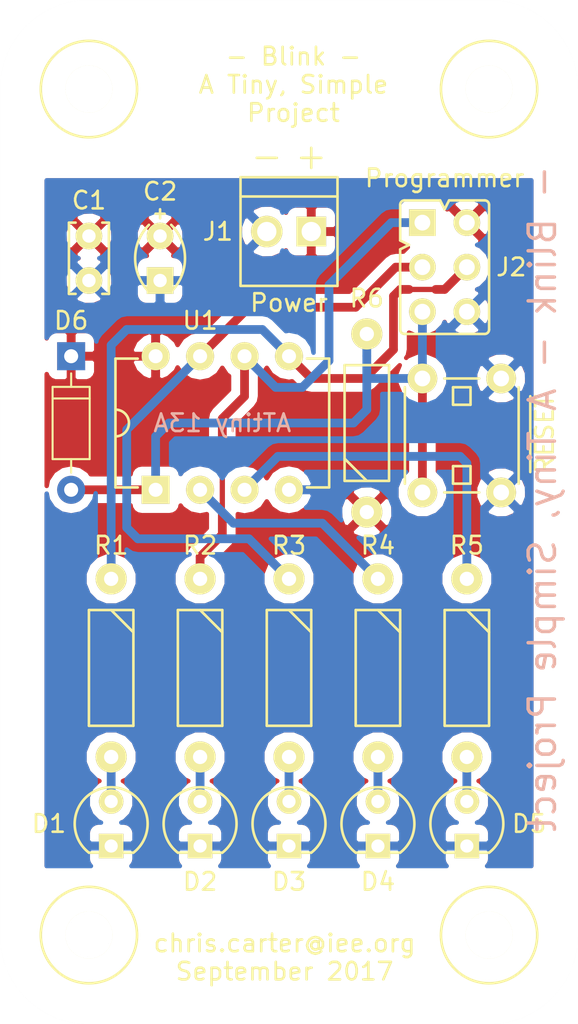
<source format=kicad_pcb>
(kicad_pcb (version 4) (host pcbnew 4.0.7)

  (general
    (links 35)
    (no_connects 0)
    (area 106.679499 67.309499 139.700501 125.730501)
    (thickness 1.6)
    (drawings 14)
    (tracks 61)
    (zones 0)
    (modules 22)
    (nets 14)
  )

  (page USLetter)
  (title_block
    (title "Blink - A Tiny, Simple Project")
    (date 2017-08-10)
  )

  (layers
    (0 F.Cu signal)
    (31 B.Cu signal)
    (32 B.Adhes user)
    (33 F.Adhes user)
    (34 B.Paste user)
    (35 F.Paste user)
    (36 B.SilkS user hide)
    (37 F.SilkS user)
    (38 B.Mask user)
    (39 F.Mask user)
    (40 Dwgs.User user)
    (41 Cmts.User user)
    (42 Eco1.User user)
    (43 Eco2.User user)
    (44 Edge.Cuts user)
    (45 Margin user)
    (46 B.CrtYd user)
    (47 F.CrtYd user)
    (48 B.Fab user)
    (49 F.Fab user)
  )

  (setup
    (last_trace_width 0.5)
    (trace_clearance 0.2)
    (zone_clearance 0.508)
    (zone_45_only no)
    (trace_min 0.2)
    (segment_width 0.2)
    (edge_width 0.001)
    (via_size 0.6)
    (via_drill 0.4)
    (via_min_size 0.4)
    (via_min_drill 0.3)
    (uvia_size 0.3)
    (uvia_drill 0.1)
    (uvias_allowed no)
    (uvia_min_size 0.2)
    (uvia_min_drill 0.1)
    (pcb_text_width 0.3)
    (pcb_text_size 1.5 1.5)
    (mod_edge_width 0.15)
    (mod_text_size 1 1)
    (mod_text_width 0.15)
    (pad_size 1.524 1.524)
    (pad_drill 0.762)
    (pad_to_mask_clearance 0.2)
    (aux_axis_origin 0 0)
    (visible_elements 7FFFEF7F)
    (pcbplotparams
      (layerselection 0x00030_80000001)
      (usegerberextensions false)
      (excludeedgelayer true)
      (linewidth 0.100000)
      (plotframeref false)
      (viasonmask false)
      (mode 1)
      (useauxorigin false)
      (hpglpennumber 1)
      (hpglpenspeed 20)
      (hpglpendiameter 15)
      (hpglpenoverlay 2)
      (psnegative false)
      (psa4output false)
      (plotreference true)
      (plotvalue true)
      (plotinvisibletext false)
      (padsonsilk false)
      (subtractmaskfromsilk false)
      (outputformat 1)
      (mirror false)
      (drillshape 1)
      (scaleselection 1)
      (outputdirectory ""))
  )

  (net 0 "")
  (net 1 GND)
  (net 2 "Net-(D1-Pad2)")
  (net 3 "Net-(D2-Pad2)")
  (net 4 "Net-(D3-Pad2)")
  (net 5 "Net-(D4-Pad2)")
  (net 6 "Net-(D5-Pad2)")
  (net 7 MISO)
  (net 8 SCK)
  (net 9 ~RESET)
  (net 10 MOSI)
  (net 11 "Net-(R4-Pad1)")
  (net 12 "Net-(R5-Pad1)")
  (net 13 VCC)

  (net_class Default "This is the default net class."
    (clearance 0.2)
    (trace_width 0.5)
    (via_dia 0.6)
    (via_drill 0.4)
    (uvia_dia 0.3)
    (uvia_drill 0.1)
    (add_net GND)
    (add_net MISO)
    (add_net MOSI)
    (add_net "Net-(D1-Pad2)")
    (add_net "Net-(D2-Pad2)")
    (add_net "Net-(D3-Pad2)")
    (add_net "Net-(D4-Pad2)")
    (add_net "Net-(D5-Pad2)")
    (add_net "Net-(R4-Pad1)")
    (add_net "Net-(R5-Pad1)")
    (add_net SCK)
    (add_net VCC)
    (add_net ~RESET)
  )

  (net_class Narrower_1 ""
    (clearance 0.2)
    (trace_width 0.4)
    (via_dia 0.6)
    (via_drill 0.4)
    (uvia_dia 0.3)
    (uvia_drill 0.1)
  )

  (net_class Narrower_2 ""
    (clearance 0.2)
    (trace_width 0.3)
    (via_dia 0.6)
    (via_drill 0.4)
    (uvia_dia 0.3)
    (uvia_drill 0.1)
  )

  (net_class Narrower_3 ""
    (clearance 0.2)
    (trace_width 0.25)
    (via_dia 0.6)
    (via_drill 0.4)
    (uvia_dia 0.3)
    (uvia_drill 0.1)
  )

  (net_class Narrower_4 ""
    (clearance 0.2)
    (trace_width 0.2)
    (via_dia 0.6)
    (via_drill 0.4)
    (uvia_dia 0.3)
    (uvia_drill 0.1)
  )

  (module "Core Footprint Library:Capacitor_Nonpolarized_001" (layer F.Cu) (tedit 598C931B) (tstamp 5987AB23)
    (at 111.76 80.772 270)
    (path /59877F1D)
    (fp_text reference C1 (at -2.032 0 360) (layer F.SilkS)
      (effects (font (size 1 1) (thickness 0.15)))
    )
    (fp_text value 100n (at 1.778 -2.286 270) (layer F.Fab) hide
      (effects (font (size 1 1) (thickness 0.15)))
    )
    (fp_line (start -0.762 0.762) (end -0.762 1.143) (layer F.SilkS) (width 0.15))
    (fp_line (start -0.762 1.143) (end 3.302 1.143) (layer F.SilkS) (width 0.15))
    (fp_line (start 3.302 1.143) (end 3.302 0.762) (layer F.SilkS) (width 0.15))
    (fp_line (start -0.762 -1.143) (end -0.762 -0.762) (layer F.SilkS) (width 0.15))
    (fp_line (start -0.762 -1.143) (end 3.302 -1.143) (layer F.SilkS) (width 0.15))
    (fp_line (start 3.302 -1.143) (end 3.302 -0.762) (layer F.SilkS) (width 0.15))
    (pad 1 thru_hole circle (at 0 0 270) (size 1.524 1.524) (drill 0.762) (layers *.Cu *.Mask F.SilkS)
      (net 13 VCC))
    (pad 2 thru_hole circle (at 2.54 0 270) (size 1.524 1.524) (drill 0.762) (layers *.Cu *.Mask F.SilkS)
      (net 1 GND))
  )

  (module "Core Footprint Library:C_tant_radial_pol_01" (layer F.Cu) (tedit 5990C31C) (tstamp 5987AB3A)
    (at 113.284 83.312 90)
    (path /59877F9F)
    (fp_text reference C2 (at 5.08 2.54 180) (layer F.SilkS)
      (effects (font (size 1 1) (thickness 0.15)))
    )
    (fp_text value 10uF (at 1.27 0 90) (layer F.Fab) hide
      (effects (font (size 1 1) (thickness 0.15)))
    )
    (fp_line (start 3.556 2.54) (end 4.064 2.54) (layer F.SilkS) (width 0.15))
    (fp_line (start 3.81 2.286) (end 3.81 2.667) (layer F.SilkS) (width 0.15))
    (fp_line (start 3.81 2.667) (end 3.81 2.794) (layer F.SilkS) (width 0.15))
    (fp_arc (start 1.27 1.27) (end 3.175 3.175) (angle 90) (layer F.SilkS) (width 0.15))
    (fp_arc (start 1.27 3.81) (end -0.635 1.905) (angle 90) (layer F.SilkS) (width 0.15))
    (pad 2 thru_hole rect (at 0 2.54 90) (size 1.524 1.524) (drill 0.762) (layers *.Cu *.Mask F.SilkS)
      (net 1 GND))
    (pad 1 thru_hole circle (at 2.54 2.54 90) (size 1.524 1.524) (drill 0.762) (layers *.Cu *.Mask F.SilkS)
      (net 13 VCC))
  )

  (module "Core Footprint Library:Resistor_axial_Yageo_MFR_25" (layer F.Cu) (tedit 598C92EE) (tstamp 5987AB85)
    (at 113.03 105.41 270)
    (path /59877391)
    (fp_text reference R1 (at -6.985 0 360) (layer F.SilkS)
      (effects (font (size 1 1) (thickness 0.15)))
    )
    (fp_text value 1K (at 0 3.81 270) (layer F.SilkS) hide
      (effects (font (size 1 1) (thickness 0.15)))
    )
    (fp_line (start -3.302 0) (end -2.032 -1.27) (layer F.SilkS) (width 0.15))
    (fp_line (start -3.302 1.27) (end -3.302 -1.27) (layer F.SilkS) (width 0.15))
    (fp_line (start -3.302 -1.27) (end 3.302 -1.27) (layer F.SilkS) (width 0.15))
    (fp_line (start 3.302 -1.27) (end 3.302 1.27) (layer F.SilkS) (width 0.15))
    (fp_line (start 3.302 1.27) (end -3.302 1.27) (layer F.SilkS) (width 0.15))
    (pad 2 thru_hole circle (at 5.08 0 270) (size 1.778 1.778) (drill 0.8128) (layers *.Cu *.Mask F.SilkS)
      (net 2 "Net-(D1-Pad2)"))
    (pad 1 thru_hole circle (at -5.08 0 270) (size 1.778 1.778) (drill 0.8128) (layers *.Cu *.Mask F.SilkS)
      (net 10 MOSI))
  )

  (module "Core Footprint Library:Resistor_axial_Yageo_MFR_25" (layer F.Cu) (tedit 598C92FE) (tstamp 5987AB90)
    (at 118.11 105.41 270)
    (path /598772C1)
    (fp_text reference R2 (at -6.985 0 360) (layer F.SilkS)
      (effects (font (size 1 1) (thickness 0.15)))
    )
    (fp_text value 1K (at 0 3.81 270) (layer F.SilkS) hide
      (effects (font (size 1 1) (thickness 0.15)))
    )
    (fp_line (start -3.302 0) (end -2.032 -1.27) (layer F.SilkS) (width 0.15))
    (fp_line (start -3.302 1.27) (end -3.302 -1.27) (layer F.SilkS) (width 0.15))
    (fp_line (start -3.302 -1.27) (end 3.302 -1.27) (layer F.SilkS) (width 0.15))
    (fp_line (start 3.302 -1.27) (end 3.302 1.27) (layer F.SilkS) (width 0.15))
    (fp_line (start 3.302 1.27) (end -3.302 1.27) (layer F.SilkS) (width 0.15))
    (pad 2 thru_hole circle (at 5.08 0 270) (size 1.778 1.778) (drill 0.8128) (layers *.Cu *.Mask F.SilkS)
      (net 3 "Net-(D2-Pad2)"))
    (pad 1 thru_hole circle (at -5.08 0 270) (size 1.778 1.778) (drill 0.8128) (layers *.Cu *.Mask F.SilkS)
      (net 7 MISO))
  )

  (module "Core Footprint Library:Resistor_axial_Yageo_MFR_25" (layer F.Cu) (tedit 598C9301) (tstamp 5987AB9B)
    (at 123.19 105.41 270)
    (path /598772AD)
    (fp_text reference R3 (at -6.985 0 360) (layer F.SilkS)
      (effects (font (size 1 1) (thickness 0.15)))
    )
    (fp_text value 1K (at 0 3.81 270) (layer F.SilkS) hide
      (effects (font (size 1 1) (thickness 0.15)))
    )
    (fp_line (start -3.302 0) (end -2.032 -1.27) (layer F.SilkS) (width 0.15))
    (fp_line (start -3.302 1.27) (end -3.302 -1.27) (layer F.SilkS) (width 0.15))
    (fp_line (start -3.302 -1.27) (end 3.302 -1.27) (layer F.SilkS) (width 0.15))
    (fp_line (start 3.302 -1.27) (end 3.302 1.27) (layer F.SilkS) (width 0.15))
    (fp_line (start 3.302 1.27) (end -3.302 1.27) (layer F.SilkS) (width 0.15))
    (pad 2 thru_hole circle (at 5.08 0 270) (size 1.778 1.778) (drill 0.8128) (layers *.Cu *.Mask F.SilkS)
      (net 4 "Net-(D3-Pad2)"))
    (pad 1 thru_hole circle (at -5.08 0 270) (size 1.778 1.778) (drill 0.8128) (layers *.Cu *.Mask F.SilkS)
      (net 8 SCK))
  )

  (module "Core Footprint Library:Resistor_axial_Yageo_MFR_25" (layer F.Cu) (tedit 598C9304) (tstamp 5987ABA6)
    (at 128.27 105.41 270)
    (path /598770D3)
    (fp_text reference R4 (at -6.985 0 360) (layer F.SilkS)
      (effects (font (size 1 1) (thickness 0.15)))
    )
    (fp_text value 1K (at 0 3.81 270) (layer F.SilkS) hide
      (effects (font (size 1 1) (thickness 0.15)))
    )
    (fp_line (start -3.302 0) (end -2.032 -1.27) (layer F.SilkS) (width 0.15))
    (fp_line (start -3.302 1.27) (end -3.302 -1.27) (layer F.SilkS) (width 0.15))
    (fp_line (start -3.302 -1.27) (end 3.302 -1.27) (layer F.SilkS) (width 0.15))
    (fp_line (start 3.302 -1.27) (end 3.302 1.27) (layer F.SilkS) (width 0.15))
    (fp_line (start 3.302 1.27) (end -3.302 1.27) (layer F.SilkS) (width 0.15))
    (pad 2 thru_hole circle (at 5.08 0 270) (size 1.778 1.778) (drill 0.8128) (layers *.Cu *.Mask F.SilkS)
      (net 5 "Net-(D4-Pad2)"))
    (pad 1 thru_hole circle (at -5.08 0 270) (size 1.778 1.778) (drill 0.8128) (layers *.Cu *.Mask F.SilkS)
      (net 11 "Net-(R4-Pad1)"))
  )

  (module "Core Footprint Library:Resistor_axial_Yageo_MFR_25" (layer F.Cu) (tedit 598C9307) (tstamp 5987ABB1)
    (at 133.35 105.41 270)
    (path /59876CFC)
    (fp_text reference R5 (at -6.985 0 360) (layer F.SilkS)
      (effects (font (size 1 1) (thickness 0.15)))
    )
    (fp_text value 1K (at 0 3.81 270) (layer F.SilkS) hide
      (effects (font (size 1 1) (thickness 0.15)))
    )
    (fp_line (start -3.302 0) (end -2.032 -1.27) (layer F.SilkS) (width 0.15))
    (fp_line (start -3.302 1.27) (end -3.302 -1.27) (layer F.SilkS) (width 0.15))
    (fp_line (start -3.302 -1.27) (end 3.302 -1.27) (layer F.SilkS) (width 0.15))
    (fp_line (start 3.302 -1.27) (end 3.302 1.27) (layer F.SilkS) (width 0.15))
    (fp_line (start 3.302 1.27) (end -3.302 1.27) (layer F.SilkS) (width 0.15))
    (pad 2 thru_hole circle (at 5.08 0 270) (size 1.778 1.778) (drill 0.8128) (layers *.Cu *.Mask F.SilkS)
      (net 6 "Net-(D5-Pad2)"))
    (pad 1 thru_hole circle (at -5.08 0 270) (size 1.778 1.778) (drill 0.8128) (layers *.Cu *.Mask F.SilkS)
      (net 12 "Net-(R5-Pad1)"))
  )

  (module "Core Footprint Library:Resistor_axial_Yageo_MFR_25" (layer F.Cu) (tedit 598C9311) (tstamp 5987ABBC)
    (at 127.635 91.44 90)
    (path /5987AA50)
    (fp_text reference R6 (at 7.112 0 180) (layer F.SilkS)
      (effects (font (size 1 1) (thickness 0.15)))
    )
    (fp_text value 10K (at 0 3.81 90) (layer F.SilkS) hide
      (effects (font (size 1 1) (thickness 0.15)))
    )
    (fp_line (start -3.302 0) (end -2.032 -1.27) (layer F.SilkS) (width 0.15))
    (fp_line (start -3.302 1.27) (end -3.302 -1.27) (layer F.SilkS) (width 0.15))
    (fp_line (start -3.302 -1.27) (end 3.302 -1.27) (layer F.SilkS) (width 0.15))
    (fp_line (start 3.302 -1.27) (end 3.302 1.27) (layer F.SilkS) (width 0.15))
    (fp_line (start 3.302 1.27) (end -3.302 1.27) (layer F.SilkS) (width 0.15))
    (pad 2 thru_hole circle (at 5.08 0 90) (size 1.778 1.778) (drill 0.8128) (layers *.Cu *.Mask F.SilkS)
      (net 9 ~RESET))
    (pad 1 thru_hole circle (at -5.08 0 90) (size 1.778 1.778) (drill 0.8128) (layers *.Cu *.Mask F.SilkS)
      (net 13 VCC))
  )

  (module "Core Footprint Library:DIP-8_W7.62mm_CJC_01" (layer F.Cu) (tedit 59892558) (tstamp 5987B16D)
    (at 115.57 95.25 90)
    (descr "8-lead dip package, row spacing 7.62 mm (300 mils)")
    (tags "dil dip 2.54 300")
    (path /59863B84)
    (fp_text reference U1 (at 9.652 2.54 180) (layer F.SilkS)
      (effects (font (size 1 1) (thickness 0.15)))
    )
    (fp_text value ATTINY13A-P (at 0 -3.72 90) (layer F.Fab) hide
      (effects (font (size 1 1) (thickness 0.15)))
    )
    (fp_arc (start 3.81 -2.286) (end 4.572 -2.286) (angle 180) (layer F.SilkS) (width 0.15))
    (fp_line (start -1.05 -2.45) (end -1.05 10.1) (layer F.CrtYd) (width 0.05))
    (fp_line (start 8.65 -2.45) (end 8.65 10.1) (layer F.CrtYd) (width 0.05))
    (fp_line (start -1.05 -2.45) (end 8.65 -2.45) (layer F.CrtYd) (width 0.05))
    (fp_line (start -1.05 10.1) (end 8.65 10.1) (layer F.CrtYd) (width 0.05))
    (fp_line (start 0.135 -2.295) (end 0.135 -1.025) (layer F.SilkS) (width 0.15))
    (fp_line (start 7.485 -2.295) (end 7.485 -1.025) (layer F.SilkS) (width 0.15))
    (fp_line (start 7.485 9.915) (end 7.485 8.645) (layer F.SilkS) (width 0.15))
    (fp_line (start 0.135 9.915) (end 0.135 8.645) (layer F.SilkS) (width 0.15))
    (fp_line (start 0.135 -2.295) (end 7.485 -2.295) (layer F.SilkS) (width 0.15))
    (fp_line (start 0.135 9.915) (end 7.485 9.915) (layer F.SilkS) (width 0.15))
    (pad 1 thru_hole rect (at 0 0 90) (size 1.6 1.6) (drill 0.8) (layers *.Cu *.Mask F.SilkS)
      (net 9 ~RESET))
    (pad 2 thru_hole oval (at 0 2.54 90) (size 1.6 1.6) (drill 0.8) (layers *.Cu *.Mask F.SilkS)
      (net 11 "Net-(R4-Pad1)"))
    (pad 3 thru_hole oval (at 0 5.08 90) (size 1.6 1.6) (drill 0.8) (layers *.Cu *.Mask F.SilkS)
      (net 12 "Net-(R5-Pad1)"))
    (pad 4 thru_hole oval (at 0 7.62 90) (size 1.6 1.6) (drill 0.8) (layers *.Cu *.Mask F.SilkS)
      (net 1 GND))
    (pad 5 thru_hole oval (at 7.62 7.62 90) (size 1.6 1.6) (drill 0.8) (layers *.Cu *.Mask F.SilkS)
      (net 10 MOSI))
    (pad 6 thru_hole oval (at 7.62 5.08 90) (size 1.6 1.6) (drill 0.8) (layers *.Cu *.Mask F.SilkS)
      (net 7 MISO))
    (pad 7 thru_hole oval (at 7.62 2.54 90) (size 1.6 1.6) (drill 0.8) (layers *.Cu *.Mask F.SilkS)
      (net 8 SCK))
    (pad 8 thru_hole oval (at 7.62 0 90) (size 1.6 1.6) (drill 0.8) (layers *.Cu *.Mask F.SilkS)
      (net 13 VCC))
    (model Housings_DIP.3dshapes/DIP-8_W7.62mm.wrl
      (at (xyz 0 0 0))
      (scale (xyz 1 1 1))
      (rotate (xyz 0 0 0))
    )
  )

  (module "Core Footprint Library:PC_terminal_block_2_way_1725656" (layer F.Cu) (tedit 598CC809) (tstamp 598937EC)
    (at 124.46 80.518 180)
    (path /5987B0C3)
    (fp_text reference J1 (at 5.334 0 360) (layer F.SilkS)
      (effects (font (size 1 1) (thickness 0.15)))
    )
    (fp_text value Power (at 1.27 -4.064 180) (layer F.SilkS)
      (effects (font (size 1 1) (thickness 0.15)))
    )
    (fp_line (start -1.5 2) (end 4.04 2) (layer F.SilkS) (width 0.15))
    (fp_line (start -1.5 3.1) (end 4.04 3.1) (layer F.SilkS) (width 0.15))
    (fp_line (start -1.5 -3.1) (end 4.04 -3.1) (layer F.SilkS) (width 0.15))
    (fp_line (start 4.04 -3.1) (end 4.04 3.1) (layer F.SilkS) (width 0.15))
    (fp_line (start -1.5 -3.1) (end -1.5 3.1) (layer F.SilkS) (width 0.15))
    (pad 1 thru_hole rect (at 0 0 180) (size 1.7 1.7) (drill 1.1) (layers *.Cu *.Mask F.SilkS)
      (net 13 VCC))
    (pad 2 thru_hole circle (at 2.54 0 180) (size 1.8 1.8) (drill 1.1) (layers *.Cu *.Mask F.SilkS)
      (net 1 GND))
  )

  (module "Core Footprint Library:MountingHole_2-56_normal_fit" (layer F.Cu) (tedit 577B00BF) (tstamp 598C9C6F)
    (at 111.76 72.39)
    (descr "Mounting hole, Befestigungsbohrung, 2,5mm, No Annular, Kein Restring,")
    (tags "Mounting hole, Befestigungsbohrung, 2,5mm, No Annular, Kein Restring,")
    (fp_text reference REF** (at 0 -3.50012) (layer F.SilkS) hide
      (effects (font (size 1 1) (thickness 0.15)))
    )
    (fp_text value MountingHole_2-56_normal_fit (at 0.09906 3.59918) (layer F.Fab) hide
      (effects (font (size 1 1) (thickness 0.15)))
    )
    (fp_circle (center 0 0) (end 2.75 0) (layer F.SilkS) (width 0.15))
    (pad "" np_thru_hole circle (at 0 0) (size 2.69 2.69) (drill 2.69) (layers *.Cu *.Mask F.SilkS))
  )

  (module "Core Footprint Library:MountingHole_2-56_normal_fit" (layer F.Cu) (tedit 577B00BF) (tstamp 598C9C75)
    (at 134.62 72.39)
    (descr "Mounting hole, Befestigungsbohrung, 2,5mm, No Annular, Kein Restring,")
    (tags "Mounting hole, Befestigungsbohrung, 2,5mm, No Annular, Kein Restring,")
    (fp_text reference REF** (at 0 -3.50012) (layer F.SilkS) hide
      (effects (font (size 1 1) (thickness 0.15)))
    )
    (fp_text value MountingHole_2-56_normal_fit (at 0.09906 3.59918) (layer F.Fab) hide
      (effects (font (size 1 1) (thickness 0.15)))
    )
    (fp_circle (center 0 0) (end 2.75 0) (layer F.SilkS) (width 0.15))
    (pad "" np_thru_hole circle (at 0 0) (size 2.69 2.69) (drill 2.69) (layers *.Cu *.Mask F.SilkS))
  )

  (module "Core Footprint Library:MountingHole_2-56_normal_fit" (layer F.Cu) (tedit 577B00BF) (tstamp 598C9C7B)
    (at 134.62 120.65)
    (descr "Mounting hole, Befestigungsbohrung, 2,5mm, No Annular, Kein Restring,")
    (tags "Mounting hole, Befestigungsbohrung, 2,5mm, No Annular, Kein Restring,")
    (fp_text reference REF** (at 0 -3.50012) (layer F.SilkS) hide
      (effects (font (size 1 1) (thickness 0.15)))
    )
    (fp_text value MountingHole_2-56_normal_fit (at 0.09906 3.59918) (layer F.Fab) hide
      (effects (font (size 1 1) (thickness 0.15)))
    )
    (fp_circle (center 0 0) (end 2.75 0) (layer F.SilkS) (width 0.15))
    (pad "" np_thru_hole circle (at 0 0) (size 2.69 2.69) (drill 2.69) (layers *.Cu *.Mask F.SilkS))
  )

  (module "Core Footprint Library:MountingHole_2-56_normal_fit" (layer F.Cu) (tedit 577B00BF) (tstamp 598C9C81)
    (at 111.76 120.65)
    (descr "Mounting hole, Befestigungsbohrung, 2,5mm, No Annular, Kein Restring,")
    (tags "Mounting hole, Befestigungsbohrung, 2,5mm, No Annular, Kein Restring,")
    (fp_text reference REF** (at 0 -3.50012) (layer F.SilkS) hide
      (effects (font (size 1 1) (thickness 0.15)))
    )
    (fp_text value MountingHole_2-56_normal_fit (at 0.09906 3.59918) (layer F.Fab) hide
      (effects (font (size 1 1) (thickness 0.15)))
    )
    (fp_circle (center 0 0) (end 2.75 0) (layer F.SilkS) (width 0.15))
    (pad "" np_thru_hole circle (at 0 0) (size 2.69 2.69) (drill 2.69) (layers *.Cu *.Mask F.SilkS))
  )

  (module "Core Footprint Library:LED_T-1_3mm_01" (layer F.Cu) (tedit 598D11F3) (tstamp 598D1348)
    (at 113.03 114.3 270)
    (path /59877397)
    (fp_text reference D1 (at 0 3.556 540) (layer F.SilkS)
      (effects (font (size 1 1) (thickness 0.15)))
    )
    (fp_text value Led_Small (at 0 -3.429 270) (layer F.Fab) hide
      (effects (font (size 1 1) (thickness 0.15)))
    )
    (fp_arc (start 0 0) (end 1.651 1.27) (angle 284.8628159) (layer F.SilkS) (width 0.15))
    (fp_line (start 1.651 -1.27) (end 1.651 1.27) (layer F.SilkS) (width 0.15))
    (pad 2 thru_hole circle (at -1.27 0 270) (size 1.4 1.4) (drill 0.75) (layers *.Cu *.Mask F.SilkS)
      (net 2 "Net-(D1-Pad2)"))
    (pad 1 thru_hole rect (at 1.27 0 270) (size 1.4 1.4) (drill 0.75) (layers *.Cu *.Mask F.SilkS)
      (net 1 GND))
  )

  (module "Core Footprint Library:LED_T-1_3mm_01" (layer F.Cu) (tedit 598D11F3) (tstamp 598D1350)
    (at 118.11 114.3 270)
    (path /598772C7)
    (fp_text reference D2 (at 3.302 0 540) (layer F.SilkS)
      (effects (font (size 1 1) (thickness 0.15)))
    )
    (fp_text value Led_Small (at 0 -3.429 270) (layer F.Fab) hide
      (effects (font (size 1 1) (thickness 0.15)))
    )
    (fp_arc (start 0 0) (end 1.651 1.27) (angle 284.8628159) (layer F.SilkS) (width 0.15))
    (fp_line (start 1.651 -1.27) (end 1.651 1.27) (layer F.SilkS) (width 0.15))
    (pad 2 thru_hole circle (at -1.27 0 270) (size 1.4 1.4) (drill 0.75) (layers *.Cu *.Mask F.SilkS)
      (net 3 "Net-(D2-Pad2)"))
    (pad 1 thru_hole rect (at 1.27 0 270) (size 1.4 1.4) (drill 0.75) (layers *.Cu *.Mask F.SilkS)
      (net 1 GND))
  )

  (module "Core Footprint Library:LED_T-1_3mm_01" (layer F.Cu) (tedit 598D11F3) (tstamp 598D1358)
    (at 123.19 114.3 270)
    (path /598772B3)
    (fp_text reference D3 (at 3.302 0 540) (layer F.SilkS)
      (effects (font (size 1 1) (thickness 0.15)))
    )
    (fp_text value Led_Small (at 0 -3.429 270) (layer F.Fab) hide
      (effects (font (size 1 1) (thickness 0.15)))
    )
    (fp_arc (start 0 0) (end 1.651 1.27) (angle 284.8628159) (layer F.SilkS) (width 0.15))
    (fp_line (start 1.651 -1.27) (end 1.651 1.27) (layer F.SilkS) (width 0.15))
    (pad 2 thru_hole circle (at -1.27 0 270) (size 1.4 1.4) (drill 0.75) (layers *.Cu *.Mask F.SilkS)
      (net 4 "Net-(D3-Pad2)"))
    (pad 1 thru_hole rect (at 1.27 0 270) (size 1.4 1.4) (drill 0.75) (layers *.Cu *.Mask F.SilkS)
      (net 1 GND))
  )

  (module "Core Footprint Library:LED_T-1_3mm_01" (layer F.Cu) (tedit 598D11F3) (tstamp 598D1360)
    (at 128.27 114.3 270)
    (path /598770D9)
    (fp_text reference D4 (at 3.302 0 540) (layer F.SilkS)
      (effects (font (size 1 1) (thickness 0.15)))
    )
    (fp_text value Led_Small (at 0 -3.429 270) (layer F.Fab) hide
      (effects (font (size 1 1) (thickness 0.15)))
    )
    (fp_arc (start 0 0) (end 1.651 1.27) (angle 284.8628159) (layer F.SilkS) (width 0.15))
    (fp_line (start 1.651 -1.27) (end 1.651 1.27) (layer F.SilkS) (width 0.15))
    (pad 2 thru_hole circle (at -1.27 0 270) (size 1.4 1.4) (drill 0.75) (layers *.Cu *.Mask F.SilkS)
      (net 5 "Net-(D4-Pad2)"))
    (pad 1 thru_hole rect (at 1.27 0 270) (size 1.4 1.4) (drill 0.75) (layers *.Cu *.Mask F.SilkS)
      (net 1 GND))
  )

  (module "Core Footprint Library:LED_T-1_3mm_01" (layer F.Cu) (tedit 598D11F3) (tstamp 598D1368)
    (at 133.35 114.3 270)
    (path /59876DC3)
    (fp_text reference D5 (at 0 -3.556 540) (layer F.SilkS)
      (effects (font (size 1 1) (thickness 0.15)))
    )
    (fp_text value Led_Small (at 0 -3.429 270) (layer F.Fab) hide
      (effects (font (size 1 1) (thickness 0.15)))
    )
    (fp_arc (start 0 0) (end 1.651 1.27) (angle 284.8628159) (layer F.SilkS) (width 0.15))
    (fp_line (start 1.651 -1.27) (end 1.651 1.27) (layer F.SilkS) (width 0.15))
    (pad 2 thru_hole circle (at -1.27 0 270) (size 1.4 1.4) (drill 0.75) (layers *.Cu *.Mask F.SilkS)
      (net 6 "Net-(D5-Pad2)"))
    (pad 1 thru_hole rect (at 1.27 0 270) (size 1.4 1.4) (drill 0.75) (layers *.Cu *.Mask F.SilkS)
      (net 1 GND))
  )

  (module "Core Footprint Library:SPST_PCB_Mounted_Switch_Type_1" (layer F.Cu) (tedit 59BEBAA8) (tstamp 598D1981)
    (at 135.31 88.9 270)
    (path /598D18A1)
    (fp_text reference SW1 (at 3.5 6.75 270) (layer F.SilkS) hide
      (effects (font (size 1 1) (thickness 0.15)))
    )
    (fp_text value ~RESET (at 3.175 -2.485 270) (layer F.SilkS)
      (effects (font (size 1 1) (thickness 0.15)))
    )
    (fp_line (start 0.5 1.75) (end 0.5 2.75) (layer F.SilkS) (width 0.15))
    (fp_line (start 1.5 2.75) (end 0.5 2.75) (layer F.SilkS) (width 0.15))
    (fp_line (start 1.5 1.75) (end 1.5 2.75) (layer F.SilkS) (width 0.15))
    (fp_line (start 0.5 1.75) (end 1.5 1.75) (layer F.SilkS) (width 0.15))
    (fp_line (start 6.5 1.25) (end 6.5 3.25) (layer F.SilkS) (width 0.15))
    (fp_line (start 0 1.25) (end 0 3.25) (layer F.SilkS) (width 0.15))
    (fp_line (start 0.5 -1) (end 6 -1) (layer F.SilkS) (width 0.15))
    (fp_line (start 0.5 5.5) (end 6 5.5) (layer F.SilkS) (width 0.15))
    (fp_line (start 6 1.75) (end 6 2.75) (layer F.SilkS) (width 0.15))
    (fp_line (start 6 2.75) (end 5 2.75) (layer F.SilkS) (width 0.15))
    (fp_line (start 5 1.75) (end 6 1.75) (layer F.SilkS) (width 0.15))
    (fp_line (start 5 1.75) (end 5 2.75) (layer F.SilkS) (width 0.15))
    (pad 1 thru_hole circle (at 0 0 270) (size 1.7 1.7) (drill 0.9) (layers *.Cu *.Mask F.SilkS)
      (net 1 GND))
    (pad 1 thru_hole circle (at 6.5 0 270) (size 1.7 1.7) (drill 0.9) (layers *.Cu *.Mask F.SilkS)
      (net 1 GND))
    (pad 2 thru_hole circle (at 0 4.5 270) (size 1.7 1.7) (drill 0.9) (layers *.Cu *.Mask F.SilkS)
      (net 9 ~RESET))
    (pad 2 thru_hole circle (at 6.5 4.5 270) (size 1.7 1.7) (drill 0.9) (layers *.Cu *.Mask F.SilkS)
      (net 9 ~RESET))
  )

  (module Diodes_THT:D_DO-35_SOD27_P7.62mm_Horizontal (layer F.Cu) (tedit 59A3117D) (tstamp 59A3181D)
    (at 110.744 87.63 270)
    (descr "D, DO-35_SOD27 series, Axial, Horizontal, pin pitch=7.62mm, , length*diameter=4*2mm^2, , http://www.diodes.com/_files/packages/DO-35.pdf")
    (tags "D DO-35_SOD27 series Axial Horizontal pin pitch 7.62mm  length 4mm diameter 2mm")
    (path /59A3295F)
    (fp_text reference D6 (at -2.032 0 360) (layer F.SilkS)
      (effects (font (size 1 1) (thickness 0.15)))
    )
    (fp_text value 1N4148 (at 3.81 2.06 270) (layer F.Fab) hide
      (effects (font (size 1 1) (thickness 0.15)))
    )
    (fp_text user %R (at 3.81 0 270) (layer F.Fab) hide
      (effects (font (size 1 1) (thickness 0.15)))
    )
    (fp_line (start 1.81 -1) (end 1.81 1) (layer F.Fab) (width 0.1))
    (fp_line (start 1.81 1) (end 5.81 1) (layer F.Fab) (width 0.1))
    (fp_line (start 5.81 1) (end 5.81 -1) (layer F.Fab) (width 0.1))
    (fp_line (start 5.81 -1) (end 1.81 -1) (layer F.Fab) (width 0.1))
    (fp_line (start 0 0) (end 1.81 0) (layer F.Fab) (width 0.1))
    (fp_line (start 7.62 0) (end 5.81 0) (layer F.Fab) (width 0.1))
    (fp_line (start 2.41 -1) (end 2.41 1) (layer F.Fab) (width 0.1))
    (fp_line (start 1.75 -1.06) (end 1.75 1.06) (layer F.SilkS) (width 0.12))
    (fp_line (start 1.75 1.06) (end 5.87 1.06) (layer F.SilkS) (width 0.12))
    (fp_line (start 5.87 1.06) (end 5.87 -1.06) (layer F.SilkS) (width 0.12))
    (fp_line (start 5.87 -1.06) (end 1.75 -1.06) (layer F.SilkS) (width 0.12))
    (fp_line (start 0.98 0) (end 1.75 0) (layer F.SilkS) (width 0.12))
    (fp_line (start 6.64 0) (end 5.87 0) (layer F.SilkS) (width 0.12))
    (fp_line (start 2.41 -1.06) (end 2.41 1.06) (layer F.SilkS) (width 0.12))
    (fp_line (start -1.05 -1.35) (end -1.05 1.35) (layer F.CrtYd) (width 0.05))
    (fp_line (start -1.05 1.35) (end 8.7 1.35) (layer F.CrtYd) (width 0.05))
    (fp_line (start 8.7 1.35) (end 8.7 -1.35) (layer F.CrtYd) (width 0.05))
    (fp_line (start 8.7 -1.35) (end -1.05 -1.35) (layer F.CrtYd) (width 0.05))
    (pad 1 thru_hole rect (at 0 0 270) (size 1.6 1.6) (drill 0.8) (layers *.Cu *.Mask)
      (net 13 VCC))
    (pad 2 thru_hole oval (at 7.62 0 270) (size 1.6 1.6) (drill 0.8) (layers *.Cu *.Mask)
      (net 9 ~RESET))
    (model ${KISYS3DMOD}/Diodes_THT.3dshapes/D_DO-35_SOD27_P7.62mm_Horizontal.wrl
      (at (xyz 0 0 0))
      (scale (xyz 0.393701 0.393701 0.393701))
      (rotate (xyz 0 0 0))
    )
  )

  (module "Core Footprint Library:AVR_programmer_header" (layer F.Cu) (tedit 59BEBB59) (tstamp 59BEC3F0)
    (at 130.8735 80.0735)
    (path /598794FD)
    (fp_text reference J2 (at 5.0165 2.4765) (layer F.SilkS)
      (effects (font (size 1 1) (thickness 0.15)))
    )
    (fp_text value Programmer (at 1.2065 -2.6035) (layer F.SilkS)
      (effects (font (size 1 1) (thickness 0.15)))
    )
    (fp_arc (start 3.4925 -1.0795) (end 3.7465 -1.0795) (angle -90) (layer F.SilkS) (width 0.15))
    (fp_arc (start 3.4925 6.0325) (end 3.4925 6.2865) (angle -90) (layer F.SilkS) (width 0.15))
    (fp_arc (start -1.0795 6.0325) (end -1.3335 6.0325) (angle -90) (layer F.SilkS) (width 0.15))
    (fp_arc (start -1.0795 -1.0795) (end -1.0795 -1.3335) (angle -90) (layer F.SilkS) (width 0.15))
    (fp_line (start -1.0795 6.2865) (end 3.4925 6.2865) (layer F.SilkS) (width 0.15))
    (fp_line (start 3.7465 -1.0795) (end 3.7465 6.0325) (layer F.SilkS) (width 0.15))
    (fp_line (start 1.4605 -1.3335) (end 3.4925 -1.3335) (layer F.SilkS) (width 0.15))
    (fp_line (start 1.2065 -0.8255) (end 1.4605 -1.3335) (layer F.SilkS) (width 0.15))
    (fp_line (start 0.9525 -1.3335) (end 1.2065 -0.8255) (layer F.SilkS) (width 0.15))
    (fp_line (start -1.0795 -1.3335) (end 0.9525 -1.3335) (layer F.SilkS) (width 0.15))
    (fp_line (start -1.3335 0.9525) (end -1.3335 -1.0795) (layer F.SilkS) (width 0.15))
    (fp_line (start -1.3335 1.4605) (end -1.3335 6.0325) (layer F.SilkS) (width 0.15))
    (fp_line (start -0.8255 1.2065) (end -1.3335 1.4605) (layer F.SilkS) (width 0.15))
    (fp_line (start -1.3335 0.9525) (end -0.8255 1.2065) (layer F.SilkS) (width 0.15))
    (pad 1 thru_hole rect (at -0.0635 -0.0635) (size 1.524 1.524) (drill 0.9) (layers *.Cu *.Mask F.SilkS)
      (net 7 MISO))
    (pad 3 thru_hole circle (at -0.0635 2.4765) (size 1.524 1.524) (drill 0.9) (layers *.Cu *.Mask F.SilkS)
      (net 8 SCK))
    (pad 5 thru_hole circle (at -0.0635 5.0165) (size 1.524 1.524) (drill 0.9) (layers *.Cu *.Mask F.SilkS)
      (net 9 ~RESET))
    (pad 2 thru_hole circle (at 2.4765 -0.0635) (size 1.524 1.524) (drill 0.9) (layers *.Cu *.Mask F.SilkS)
      (net 13 VCC))
    (pad 4 thru_hole circle (at 2.4765 2.4765) (size 1.524 1.524) (drill 0.9) (layers *.Cu *.Mask F.SilkS)
      (net 10 MOSI))
    (pad 6 thru_hole circle (at 2.4765 5.0165) (size 1.524 1.524) (drill 0.9) (layers *.Cu *.Mask F.SilkS)
      (net 1 GND))
  )

  (gr_text "ATtiny 13A" (at 119.38 91.44) (layer B.SilkS)
    (effects (font (size 1 1) (thickness 0.15)) (justify mirror))
  )
  (gr_text - (at 121.92 76.2) (layer F.SilkS) (tstamp 598E7DC9)
    (effects (font (size 1.5 1.5) (thickness 0.15)))
  )
  (gr_text + (at 124.46 76.2) (layer F.SilkS)
    (effects (font (size 1.5 1.5) (thickness 0.15)))
  )
  (gr_arc (start 134.62 72.39) (end 134.62 67.31) (angle 90) (layer Edge.Cuts) (width 0.001))
  (gr_arc (start 111.76 72.39) (end 106.68 72.39) (angle 89.9) (layer Edge.Cuts) (width 0.001))
  (gr_arc (start 134.62 120.65) (end 139.7 120.65) (angle 90) (layer Edge.Cuts) (width 0.001))
  (gr_arc (start 111.76 120.65) (end 111.76 125.73) (angle 90) (layer Edge.Cuts) (width 0.001))
  (gr_text "chris.carter@iee.org\nSeptember 2017" (at 122.936 121.92) (layer F.SilkS) (tstamp 598CC9B3)
    (effects (font (size 1 1) (thickness 0.15)))
  )
  (gr_text "- Blink -\nA Tiny, Simple\nProject" (at 123.444 72.136) (layer F.SilkS)
    (effects (font (size 1 1) (thickness 0.15)))
  )
  (gr_text "- Blink - A Tiny, Simple Project" (at 137.668 95.758 90) (layer B.SilkS)
    (effects (font (size 1.5 1.5) (thickness 0.2)) (justify mirror))
  )
  (gr_line (start 106.68 120.65) (end 106.68 72.39) (layer Edge.Cuts) (width 0.001))
  (gr_line (start 134.62 125.73) (end 111.76 125.73) (layer Edge.Cuts) (width 0.001))
  (gr_line (start 139.7 72.39) (end 139.7 120.65) (layer Edge.Cuts) (width 0.001))
  (gr_line (start 111.76 67.31) (end 134.62 67.31) (layer Edge.Cuts) (width 0.001))

  (segment (start 113.03 110.49) (end 113.03 113.03) (width 0.5) (layer B.Cu) (net 2))
  (segment (start 118.11 110.49) (end 118.11 113.03) (width 0.5) (layer B.Cu) (net 3))
  (segment (start 123.19 110.49) (end 123.19 113.03) (width 0.5) (layer B.Cu) (net 4))
  (segment (start 128.27 110.49) (end 128.27 113.03) (width 0.5) (layer B.Cu) (net 5))
  (segment (start 133.35 110.49) (end 133.35 113.03) (width 0.5) (layer B.Cu) (net 6))
  (segment (start 120.65 87.63) (end 122.428 89.408) (width 0.5) (layer B.Cu) (net 7))
  (segment (start 122.428 89.408) (end 123.952 89.408) (width 0.5) (layer B.Cu) (net 7))
  (segment (start 123.952 89.408) (end 125.476 87.884) (width 0.5) (layer B.Cu) (net 7))
  (segment (start 125.476 87.884) (end 125.476 83.566) (width 0.5) (layer B.Cu) (net 7))
  (segment (start 125.476 83.566) (end 129.032 80.01) (width 0.5) (layer B.Cu) (net 7))
  (segment (start 129.032 80.01) (end 130.81 80.01) (width 0.5) (layer B.Cu) (net 7))
  (segment (start 119.38 93.98) (end 119.38 91.186) (width 0.5) (layer F.Cu) (net 7))
  (segment (start 119.38 91.186) (end 120.65 89.916) (width 0.5) (layer F.Cu) (net 7))
  (segment (start 120.65 89.916) (end 120.65 87.63) (width 0.5) (layer F.Cu) (net 7))
  (segment (start 119.38 94.817998) (end 119.38 93.98) (width 0.3) (layer F.Cu) (net 7))
  (segment (start 119.38 96.52) (end 119.38 94.817998) (width 0.3) (layer F.Cu) (net 7))
  (segment (start 119.38 97.802765) (end 119.38 96.52) (width 0.5) (layer F.Cu) (net 7))
  (segment (start 118.11 100.33) (end 118.11 99.072765) (width 0.5) (layer F.Cu) (net 7))
  (segment (start 118.11 99.072765) (end 119.38 97.802765) (width 0.5) (layer F.Cu) (net 7))
  (segment (start 119.38 97.802765) (end 119.38 97.79) (width 0.5) (layer F.Cu) (net 7))
  (segment (start 118.11 87.63) (end 113.919 91.821) (width 0.5) (layer B.Cu) (net 8))
  (segment (start 114.554 98.044) (end 120.904 98.044) (width 0.5) (layer B.Cu) (net 8))
  (segment (start 113.919 91.821) (end 113.919 97.409) (width 0.5) (layer B.Cu) (net 8))
  (segment (start 113.919 97.409) (end 114.554 98.044) (width 0.5) (layer B.Cu) (net 8))
  (segment (start 120.904 98.044) (end 122.301001 99.441001) (width 0.5) (layer B.Cu) (net 8))
  (segment (start 122.301001 99.441001) (end 123.19 100.33) (width 0.5) (layer B.Cu) (net 8))
  (segment (start 118.11 87.63) (end 120.904 84.836) (width 0.5) (layer F.Cu) (net 8))
  (segment (start 120.904 84.836) (end 127 84.836) (width 0.5) (layer F.Cu) (net 8))
  (segment (start 127 84.836) (end 129.286 82.55) (width 0.5) (layer F.Cu) (net 8))
  (segment (start 129.286 82.55) (end 130.81 82.55) (width 0.5) (layer F.Cu) (net 8))
  (segment (start 130.81 88.9) (end 130.81 85.09) (width 0.5) (layer B.Cu) (net 9))
  (segment (start 115.57 95.25) (end 115.57 92.202) (width 0.5) (layer B.Cu) (net 9))
  (segment (start 115.57 92.202) (end 116.332 91.44) (width 0.5) (layer B.Cu) (net 9))
  (segment (start 127.635 90.678) (end 127.635 88.9) (width 0.5) (layer B.Cu) (net 9))
  (segment (start 116.332 91.44) (end 126.873 91.44) (width 0.5) (layer B.Cu) (net 9))
  (segment (start 126.873 91.44) (end 127.635 90.678) (width 0.5) (layer B.Cu) (net 9))
  (segment (start 130.81 88.9) (end 127.635 88.9) (width 0.5) (layer B.Cu) (net 9))
  (segment (start 127.635 86.36) (end 127.635 87.617235) (width 0.5) (layer B.Cu) (net 9))
  (segment (start 127.635 87.617235) (end 127.635 88.9) (width 0.5) (layer B.Cu) (net 9))
  (segment (start 110.744 95.25) (end 115.57 95.25) (width 0.5) (layer F.Cu) (net 9))
  (segment (start 130.81 88.9) (end 130.81 95.4) (width 0.5) (layer F.Cu) (net 9))
  (segment (start 130.048 83.82) (end 129.54 83.82) (width 0.5) (layer F.Cu) (net 10))
  (segment (start 130.048 83.82) (end 131.572 83.82) (width 0.3) (layer F.Cu) (net 10))
  (segment (start 131.572 83.82) (end 132.08 83.82) (width 0.5) (layer F.Cu) (net 10))
  (segment (start 113.03 100.33) (end 113.03 86.995) (width 0.5) (layer B.Cu) (net 10))
  (segment (start 113.03 86.995) (end 113.919 86.106) (width 0.5) (layer B.Cu) (net 10))
  (segment (start 113.919 86.106) (end 121.666 86.106) (width 0.5) (layer B.Cu) (net 10))
  (segment (start 121.666 86.106) (end 123.19 87.63) (width 0.5) (layer B.Cu) (net 10))
  (segment (start 123.19 87.63) (end 124.46 88.9) (width 0.5) (layer F.Cu) (net 10))
  (segment (start 124.46 88.9) (end 127.508 88.9) (width 0.5) (layer F.Cu) (net 10))
  (segment (start 127.508 88.9) (end 129.159 87.249) (width 0.5) (layer F.Cu) (net 10))
  (segment (start 129.159 87.249) (end 129.159 84.201) (width 0.5) (layer F.Cu) (net 10))
  (segment (start 129.159 84.201) (end 129.54 83.82) (width 0.5) (layer F.Cu) (net 10))
  (segment (start 132.08 83.82) (end 133.35 82.55) (width 0.5) (layer F.Cu) (net 10))
  (segment (start 118.11 95.25) (end 120.015 97.155) (width 0.5) (layer B.Cu) (net 11))
  (segment (start 120.015 97.155) (end 125.095 97.155) (width 0.5) (layer B.Cu) (net 11))
  (segment (start 125.095 97.155) (end 128.27 100.33) (width 0.5) (layer B.Cu) (net 11))
  (segment (start 120.65 95.25) (end 122.555 93.345) (width 0.5) (layer B.Cu) (net 12))
  (segment (start 122.555 93.345) (end 132.969 93.345) (width 0.5) (layer B.Cu) (net 12))
  (segment (start 132.969 93.345) (end 133.35 93.726) (width 0.5) (layer B.Cu) (net 12))
  (segment (start 133.35 93.726) (end 133.35 100.33) (width 0.5) (layer B.Cu) (net 12))

  (zone (net 1) (net_name GND) (layer B.Cu) (tstamp 0) (hatch edge 0.508)
    (connect_pads (clearance 0.508))
    (min_thickness 0.254)
    (fill yes (arc_segments 16) (thermal_gap 0.508) (thermal_bridge_width 0.508))
    (polygon
      (pts
        (xy 109.22 77.47) (xy 137.16 77.47) (xy 137.16 116.84) (xy 109.22 116.84)
      )
    )
    (filled_polygon
      (pts
        (xy 137.033 116.713) (xy 134.505025 116.713) (xy 134.588327 116.629698) (xy 134.685 116.396309) (xy 134.685 115.85575)
        (xy 134.52625 115.697) (xy 133.477 115.697) (xy 133.477 115.717) (xy 133.223 115.717) (xy 133.223 115.697)
        (xy 132.17375 115.697) (xy 132.015 115.85575) (xy 132.015 116.396309) (xy 132.111673 116.629698) (xy 132.194975 116.713)
        (xy 129.425025 116.713) (xy 129.508327 116.629698) (xy 129.605 116.396309) (xy 129.605 115.85575) (xy 129.44625 115.697)
        (xy 128.397 115.697) (xy 128.397 115.717) (xy 128.143 115.717) (xy 128.143 115.697) (xy 127.09375 115.697)
        (xy 126.935 115.85575) (xy 126.935 116.396309) (xy 127.031673 116.629698) (xy 127.114975 116.713) (xy 124.345025 116.713)
        (xy 124.428327 116.629698) (xy 124.525 116.396309) (xy 124.525 115.85575) (xy 124.36625 115.697) (xy 123.317 115.697)
        (xy 123.317 115.717) (xy 123.063 115.717) (xy 123.063 115.697) (xy 122.01375 115.697) (xy 121.855 115.85575)
        (xy 121.855 116.396309) (xy 121.951673 116.629698) (xy 122.034975 116.713) (xy 119.265025 116.713) (xy 119.348327 116.629698)
        (xy 119.445 116.396309) (xy 119.445 115.85575) (xy 119.28625 115.697) (xy 118.237 115.697) (xy 118.237 115.717)
        (xy 117.983 115.717) (xy 117.983 115.697) (xy 116.93375 115.697) (xy 116.775 115.85575) (xy 116.775 116.396309)
        (xy 116.871673 116.629698) (xy 116.954975 116.713) (xy 114.185025 116.713) (xy 114.268327 116.629698) (xy 114.365 116.396309)
        (xy 114.365 115.85575) (xy 114.20625 115.697) (xy 113.157 115.697) (xy 113.157 115.717) (xy 112.903 115.717)
        (xy 112.903 115.697) (xy 111.85375 115.697) (xy 111.695 115.85575) (xy 111.695 116.396309) (xy 111.791673 116.629698)
        (xy 111.874975 116.713) (xy 109.347 116.713) (xy 109.347 110.791812) (xy 111.505736 110.791812) (xy 111.737262 111.352149)
        (xy 112.145 111.760599) (xy 112.145 112.027127) (xy 111.898902 112.272796) (xy 111.695232 112.763287) (xy 111.694769 113.294383)
        (xy 111.897582 113.785229) (xy 112.272796 114.161098) (xy 112.450771 114.235) (xy 112.20369 114.235) (xy 111.970301 114.331673)
        (xy 111.791673 114.510302) (xy 111.695 114.743691) (xy 111.695 115.28425) (xy 111.85375 115.443) (xy 112.903 115.443)
        (xy 112.903 115.423) (xy 113.157 115.423) (xy 113.157 115.443) (xy 114.20625 115.443) (xy 114.365 115.28425)
        (xy 114.365 114.743691) (xy 114.268327 114.510302) (xy 114.089699 114.331673) (xy 113.85631 114.235) (xy 113.609567 114.235)
        (xy 113.785229 114.162418) (xy 114.161098 113.787204) (xy 114.364768 113.296713) (xy 114.365231 112.765617) (xy 114.162418 112.274771)
        (xy 113.915 112.026921) (xy 113.915 111.759927) (xy 114.321231 111.354404) (xy 114.553735 110.794472) (xy 114.553737 110.791812)
        (xy 116.585736 110.791812) (xy 116.817262 111.352149) (xy 117.225 111.760599) (xy 117.225 112.027127) (xy 116.978902 112.272796)
        (xy 116.775232 112.763287) (xy 116.774769 113.294383) (xy 116.977582 113.785229) (xy 117.352796 114.161098) (xy 117.530771 114.235)
        (xy 117.28369 114.235) (xy 117.050301 114.331673) (xy 116.871673 114.510302) (xy 116.775 114.743691) (xy 116.775 115.28425)
        (xy 116.93375 115.443) (xy 117.983 115.443) (xy 117.983 115.423) (xy 118.237 115.423) (xy 118.237 115.443)
        (xy 119.28625 115.443) (xy 119.445 115.28425) (xy 119.445 114.743691) (xy 119.348327 114.510302) (xy 119.169699 114.331673)
        (xy 118.93631 114.235) (xy 118.689567 114.235) (xy 118.865229 114.162418) (xy 119.241098 113.787204) (xy 119.444768 113.296713)
        (xy 119.445231 112.765617) (xy 119.242418 112.274771) (xy 118.995 112.026921) (xy 118.995 111.759927) (xy 119.401231 111.354404)
        (xy 119.633735 110.794472) (xy 119.633737 110.791812) (xy 121.665736 110.791812) (xy 121.897262 111.352149) (xy 122.305 111.760599)
        (xy 122.305 112.027127) (xy 122.058902 112.272796) (xy 121.855232 112.763287) (xy 121.854769 113.294383) (xy 122.057582 113.785229)
        (xy 122.432796 114.161098) (xy 122.610771 114.235) (xy 122.36369 114.235) (xy 122.130301 114.331673) (xy 121.951673 114.510302)
        (xy 121.855 114.743691) (xy 121.855 115.28425) (xy 122.01375 115.443) (xy 123.063 115.443) (xy 123.063 115.423)
        (xy 123.317 115.423) (xy 123.317 115.443) (xy 124.36625 115.443) (xy 124.525 115.28425) (xy 124.525 114.743691)
        (xy 124.428327 114.510302) (xy 124.249699 114.331673) (xy 124.01631 114.235) (xy 123.769567 114.235) (xy 123.945229 114.162418)
        (xy 124.321098 113.787204) (xy 124.524768 113.296713) (xy 124.525231 112.765617) (xy 124.322418 112.274771) (xy 124.075 112.026921)
        (xy 124.075 111.759927) (xy 124.481231 111.354404) (xy 124.713735 110.794472) (xy 124.713737 110.791812) (xy 126.745736 110.791812)
        (xy 126.977262 111.352149) (xy 127.385 111.760599) (xy 127.385 112.027127) (xy 127.138902 112.272796) (xy 126.935232 112.763287)
        (xy 126.934769 113.294383) (xy 127.137582 113.785229) (xy 127.512796 114.161098) (xy 127.690771 114.235) (xy 127.44369 114.235)
        (xy 127.210301 114.331673) (xy 127.031673 114.510302) (xy 126.935 114.743691) (xy 126.935 115.28425) (xy 127.09375 115.443)
        (xy 128.143 115.443) (xy 128.143 115.423) (xy 128.397 115.423) (xy 128.397 115.443) (xy 129.44625 115.443)
        (xy 129.605 115.28425) (xy 129.605 114.743691) (xy 129.508327 114.510302) (xy 129.329699 114.331673) (xy 129.09631 114.235)
        (xy 128.849567 114.235) (xy 129.025229 114.162418) (xy 129.401098 113.787204) (xy 129.604768 113.296713) (xy 129.605231 112.765617)
        (xy 129.402418 112.274771) (xy 129.155 112.026921) (xy 129.155 111.759927) (xy 129.561231 111.354404) (xy 129.793735 110.794472)
        (xy 129.793737 110.791812) (xy 131.825736 110.791812) (xy 132.057262 111.352149) (xy 132.465 111.760599) (xy 132.465 112.027127)
        (xy 132.218902 112.272796) (xy 132.015232 112.763287) (xy 132.014769 113.294383) (xy 132.217582 113.785229) (xy 132.592796 114.161098)
        (xy 132.770771 114.235) (xy 132.52369 114.235) (xy 132.290301 114.331673) (xy 132.111673 114.510302) (xy 132.015 114.743691)
        (xy 132.015 115.28425) (xy 132.17375 115.443) (xy 133.223 115.443) (xy 133.223 115.423) (xy 133.477 115.423)
        (xy 133.477 115.443) (xy 134.52625 115.443) (xy 134.685 115.28425) (xy 134.685 114.743691) (xy 134.588327 114.510302)
        (xy 134.409699 114.331673) (xy 134.17631 114.235) (xy 133.929567 114.235) (xy 134.105229 114.162418) (xy 134.481098 113.787204)
        (xy 134.684768 113.296713) (xy 134.685231 112.765617) (xy 134.482418 112.274771) (xy 134.235 112.026921) (xy 134.235 111.759927)
        (xy 134.641231 111.354404) (xy 134.873735 110.794472) (xy 134.874264 110.188188) (xy 134.642738 109.627851) (xy 134.214404 109.198769)
        (xy 133.654472 108.966265) (xy 133.048188 108.965736) (xy 132.487851 109.197262) (xy 132.058769 109.625596) (xy 131.826265 110.185528)
        (xy 131.825736 110.791812) (xy 129.793737 110.791812) (xy 129.794264 110.188188) (xy 129.562738 109.627851) (xy 129.134404 109.198769)
        (xy 128.574472 108.966265) (xy 127.968188 108.965736) (xy 127.407851 109.197262) (xy 126.978769 109.625596) (xy 126.746265 110.185528)
        (xy 126.745736 110.791812) (xy 124.713737 110.791812) (xy 124.714264 110.188188) (xy 124.482738 109.627851) (xy 124.054404 109.198769)
        (xy 123.494472 108.966265) (xy 122.888188 108.965736) (xy 122.327851 109.197262) (xy 121.898769 109.625596) (xy 121.666265 110.185528)
        (xy 121.665736 110.791812) (xy 119.633737 110.791812) (xy 119.634264 110.188188) (xy 119.402738 109.627851) (xy 118.974404 109.198769)
        (xy 118.414472 108.966265) (xy 117.808188 108.965736) (xy 117.247851 109.197262) (xy 116.818769 109.625596) (xy 116.586265 110.185528)
        (xy 116.585736 110.791812) (xy 114.553737 110.791812) (xy 114.554264 110.188188) (xy 114.322738 109.627851) (xy 113.894404 109.198769)
        (xy 113.334472 108.966265) (xy 112.728188 108.965736) (xy 112.167851 109.197262) (xy 111.738769 109.625596) (xy 111.506265 110.185528)
        (xy 111.505736 110.791812) (xy 109.347 110.791812) (xy 109.347 95.469152) (xy 109.418233 95.827264) (xy 109.729302 96.292811)
        (xy 110.194849 96.60388) (xy 110.744 96.713113) (xy 111.293151 96.60388) (xy 111.758698 96.292811) (xy 112.069767 95.827264)
        (xy 112.145 95.449042) (xy 112.145 99.060073) (xy 111.738769 99.465596) (xy 111.506265 100.025528) (xy 111.505736 100.631812)
        (xy 111.737262 101.192149) (xy 112.165596 101.621231) (xy 112.725528 101.853735) (xy 113.331812 101.854264) (xy 113.892149 101.622738)
        (xy 114.321231 101.194404) (xy 114.553735 100.634472) (xy 114.554264 100.028188) (xy 114.322738 99.467851) (xy 113.915 99.059401)
        (xy 113.915 98.656579) (xy 113.928208 98.669787) (xy 113.92821 98.66979) (xy 114.120054 98.797975) (xy 114.215326 98.861634)
        (xy 114.554 98.929001) (xy 114.554005 98.929) (xy 117.509866 98.929) (xy 117.247851 99.037262) (xy 116.818769 99.465596)
        (xy 116.586265 100.025528) (xy 116.585736 100.631812) (xy 116.817262 101.192149) (xy 117.245596 101.621231) (xy 117.805528 101.853735)
        (xy 118.411812 101.854264) (xy 118.972149 101.622738) (xy 119.401231 101.194404) (xy 119.633735 100.634472) (xy 119.634264 100.028188)
        (xy 119.402738 99.467851) (xy 118.974404 99.038769) (xy 118.710051 98.929) (xy 120.53742 98.929) (xy 121.666237 100.057816)
        (xy 121.665736 100.631812) (xy 121.897262 101.192149) (xy 122.325596 101.621231) (xy 122.885528 101.853735) (xy 123.491812 101.854264)
        (xy 124.052149 101.622738) (xy 124.481231 101.194404) (xy 124.713735 100.634472) (xy 124.714264 100.028188) (xy 124.482738 99.467851)
        (xy 124.054404 99.038769) (xy 123.494472 98.806265) (xy 122.91734 98.805761) (xy 122.15158 98.04) (xy 124.72842 98.04)
        (xy 126.746237 100.057816) (xy 126.745736 100.631812) (xy 126.977262 101.192149) (xy 127.405596 101.621231) (xy 127.965528 101.853735)
        (xy 128.571812 101.854264) (xy 129.132149 101.622738) (xy 129.561231 101.194404) (xy 129.793735 100.634472) (xy 129.794264 100.028188)
        (xy 129.562738 99.467851) (xy 129.134404 99.038769) (xy 128.574472 98.806265) (xy 127.997341 98.805761) (xy 127.167704 97.976125)
        (xy 127.330528 98.043735) (xy 127.936812 98.044264) (xy 128.497149 97.812738) (xy 128.926231 97.384404) (xy 129.158735 96.824472)
        (xy 129.159264 96.218188) (xy 128.927738 95.657851) (xy 128.499404 95.228769) (xy 127.939472 94.996265) (xy 127.333188 94.995736)
        (xy 126.772851 95.227262) (xy 126.343769 95.655596) (xy 126.111265 96.215528) (xy 126.110736 96.821812) (xy 126.179279 96.987699)
        (xy 125.72079 96.52921) (xy 125.698161 96.51409) (xy 125.433675 96.337367) (xy 125.377484 96.32619) (xy 125.095 96.269999)
        (xy 125.094995 96.27) (xy 124.160392 96.27) (xy 124.342389 96.105134) (xy 124.581914 95.599041) (xy 124.460629 95.377)
        (xy 123.317 95.377) (xy 123.317 95.397) (xy 123.063 95.397) (xy 123.063 95.377) (xy 123.043 95.377)
        (xy 123.043 95.123) (xy 123.063 95.123) (xy 123.063 95.103) (xy 123.317 95.103) (xy 123.317 95.123)
        (xy 124.460629 95.123) (xy 124.581914 94.900959) (xy 124.342389 94.394866) (xy 124.160392 94.23) (xy 129.880101 94.23)
        (xy 129.551812 94.557717) (xy 129.325258 95.103319) (xy 129.324743 95.694089) (xy 129.550344 96.240086) (xy 129.967717 96.658188)
        (xy 130.513319 96.884742) (xy 131.104089 96.885257) (xy 131.650086 96.659656) (xy 132.068188 96.242283) (xy 132.294742 95.696681)
        (xy 132.295257 95.105911) (xy 132.069656 94.559914) (xy 131.740317 94.23) (xy 132.465 94.23) (xy 132.465 99.060073)
        (xy 132.058769 99.465596) (xy 131.826265 100.025528) (xy 131.825736 100.631812) (xy 132.057262 101.192149) (xy 132.485596 101.621231)
        (xy 133.045528 101.853735) (xy 133.651812 101.854264) (xy 134.212149 101.622738) (xy 134.641231 101.194404) (xy 134.873735 100.634472)
        (xy 134.874264 100.028188) (xy 134.642738 99.467851) (xy 134.235 99.059401) (xy 134.235 96.443958) (xy 134.445647 96.443958)
        (xy 134.52592 96.695259) (xy 135.081279 96.896718) (xy 135.671458 96.870315) (xy 136.09408 96.695259) (xy 136.174353 96.443958)
        (xy 135.31 95.579605) (xy 134.445647 96.443958) (xy 134.235 96.443958) (xy 134.235 96.254437) (xy 134.266042 96.264353)
        (xy 135.130395 95.4) (xy 135.489605 95.4) (xy 136.353958 96.264353) (xy 136.605259 96.18408) (xy 136.806718 95.628721)
        (xy 136.780315 95.038542) (xy 136.605259 94.61592) (xy 136.353958 94.535647) (xy 135.489605 95.4) (xy 135.130395 95.4)
        (xy 134.266042 94.535647) (xy 134.235 94.545563) (xy 134.235 94.356042) (xy 134.445647 94.356042) (xy 135.31 95.220395)
        (xy 136.174353 94.356042) (xy 136.09408 94.104741) (xy 135.538721 93.903282) (xy 134.948542 93.929685) (xy 134.52592 94.104741)
        (xy 134.445647 94.356042) (xy 134.235 94.356042) (xy 134.235 93.726) (xy 134.167633 93.387325) (xy 133.97579 93.10021)
        (xy 133.975787 93.100208) (xy 133.59479 92.71921) (xy 133.32759 92.540674) (xy 133.307675 92.527367) (xy 133.251484 92.51619)
        (xy 132.969 92.459999) (xy 132.968995 92.46) (xy 122.555005 92.46) (xy 122.555 92.459999) (xy 122.272516 92.51619)
        (xy 122.216325 92.527367) (xy 121.92921 92.71921) (xy 121.929208 92.719213) (xy 120.826438 93.821983) (xy 120.65 93.786887)
        (xy 120.100849 93.89612) (xy 119.635302 94.207189) (xy 119.38 94.589275) (xy 119.124698 94.207189) (xy 118.659151 93.89612)
        (xy 118.11 93.786887) (xy 117.560849 93.89612) (xy 117.095302 94.207189) (xy 116.998899 94.351465) (xy 116.973162 94.214683)
        (xy 116.83409 93.998559) (xy 116.62189 93.853569) (xy 116.455 93.819773) (xy 116.455 92.56858) (xy 116.698579 92.325)
        (xy 126.872995 92.325) (xy 126.873 92.325001) (xy 127.155484 92.26881) (xy 127.211675 92.257633) (xy 127.49879 92.06579)
        (xy 127.498791 92.065789) (xy 128.260787 91.303792) (xy 128.26079 91.30379) (xy 128.452633 91.016675) (xy 128.46868 90.936)
        (xy 128.520001 90.678) (xy 128.52 90.677995) (xy 128.52 89.785) (xy 129.59518 89.785) (xy 129.967717 90.158188)
        (xy 130.513319 90.384742) (xy 131.104089 90.385257) (xy 131.650086 90.159656) (xy 131.86616 89.943958) (xy 134.445647 89.943958)
        (xy 134.52592 90.195259) (xy 135.081279 90.396718) (xy 135.671458 90.370315) (xy 136.09408 90.195259) (xy 136.174353 89.943958)
        (xy 135.31 89.079605) (xy 134.445647 89.943958) (xy 131.86616 89.943958) (xy 132.068188 89.742283) (xy 132.294742 89.196681)
        (xy 132.2952 88.671279) (xy 133.813282 88.671279) (xy 133.839685 89.261458) (xy 134.014741 89.68408) (xy 134.266042 89.764353)
        (xy 135.130395 88.9) (xy 135.489605 88.9) (xy 136.353958 89.764353) (xy 136.605259 89.68408) (xy 136.806718 89.128721)
        (xy 136.780315 88.538542) (xy 136.605259 88.11592) (xy 136.353958 88.035647) (xy 135.489605 88.9) (xy 135.130395 88.9)
        (xy 134.266042 88.035647) (xy 134.014741 88.11592) (xy 133.813282 88.671279) (xy 132.2952 88.671279) (xy 132.295257 88.605911)
        (xy 132.069656 88.059914) (xy 131.86614 87.856042) (xy 134.445647 87.856042) (xy 135.31 88.720395) (xy 136.174353 87.856042)
        (xy 136.09408 87.604741) (xy 135.538721 87.403282) (xy 134.948542 87.429685) (xy 134.52592 87.604741) (xy 134.445647 87.856042)
        (xy 131.86614 87.856042) (xy 131.695 87.684604) (xy 131.695 86.180478) (xy 131.805457 86.070213) (xy 132.549392 86.070213)
        (xy 132.618857 86.312397) (xy 133.142302 86.499144) (xy 133.697368 86.471362) (xy 134.081143 86.312397) (xy 134.150608 86.070213)
        (xy 133.35 85.269605) (xy 132.549392 86.070213) (xy 131.805457 86.070213) (xy 131.993629 85.88237) (xy 132.073395 85.690273)
        (xy 132.127603 85.821143) (xy 132.369787 85.890608) (xy 133.170395 85.09) (xy 133.529605 85.09) (xy 134.330213 85.890608)
        (xy 134.572397 85.821143) (xy 134.759144 85.297698) (xy 134.731362 84.742632) (xy 134.572397 84.358857) (xy 134.330213 84.289392)
        (xy 133.529605 85.09) (xy 133.170395 85.09) (xy 133.156253 85.075858) (xy 133.335858 84.896253) (xy 133.35 84.910395)
        (xy 134.150608 84.109787) (xy 134.081143 83.867603) (xy 133.940682 83.817491) (xy 134.140303 83.73501) (xy 134.533629 83.34237)
        (xy 134.746757 82.8291) (xy 134.747242 82.273339) (xy 134.53501 81.759697) (xy 134.14237 81.366371) (xy 133.934488 81.280051)
        (xy 134.140303 81.19501) (xy 134.533629 80.80237) (xy 134.746757 80.2891) (xy 134.747242 79.733339) (xy 134.53501 79.219697)
        (xy 134.14237 78.826371) (xy 133.6291 78.613243) (xy 133.073339 78.612758) (xy 132.559697 78.82499) (xy 132.206237 79.177833)
        (xy 132.175162 79.012683) (xy 132.03609 78.796559) (xy 131.82389 78.651569) (xy 131.572 78.60056) (xy 130.048 78.60056)
        (xy 129.812683 78.644838) (xy 129.596559 78.78391) (xy 129.451569 78.99611) (xy 129.425468 79.125) (xy 129.032 79.125)
        (xy 128.693325 79.192367) (xy 128.40621 79.38421) (xy 128.406208 79.384213) (xy 124.85021 82.94021) (xy 124.658367 83.227325)
        (xy 124.658367 83.227326) (xy 124.590999 83.566) (xy 124.591 83.566005) (xy 124.591 87.430958) (xy 124.515767 87.052736)
        (xy 124.204698 86.587189) (xy 123.739151 86.27612) (xy 123.19 86.166887) (xy 123.013562 86.201983) (xy 122.29179 85.48021)
        (xy 122.125501 85.3691) (xy 122.004675 85.288367) (xy 121.910353 85.269605) (xy 121.666 85.220999) (xy 121.665995 85.221)
        (xy 113.919005 85.221) (xy 113.919 85.220999) (xy 113.674647 85.269605) (xy 113.580325 85.288367) (xy 113.29321 85.48021)
        (xy 113.293208 85.480213) (xy 112.40421 86.36921) (xy 112.212367 86.656325) (xy 112.20119 86.712516) (xy 112.184819 86.794814)
        (xy 112.147162 86.594683) (xy 112.00809 86.378559) (xy 111.79589 86.233569) (xy 111.544 86.18256) (xy 109.944 86.18256)
        (xy 109.708683 86.226838) (xy 109.492559 86.36591) (xy 109.347569 86.57811) (xy 109.347 86.58092) (xy 109.347 84.292213)
        (xy 110.959392 84.292213) (xy 111.028857 84.534397) (xy 111.552302 84.721144) (xy 112.107368 84.693362) (xy 112.491143 84.534397)
        (xy 112.560608 84.292213) (xy 111.76 83.491605) (xy 110.959392 84.292213) (xy 109.347 84.292213) (xy 109.347 83.104302)
        (xy 110.350856 83.104302) (xy 110.378638 83.659368) (xy 110.537603 84.043143) (xy 110.779787 84.112608) (xy 111.580395 83.312)
        (xy 111.939605 83.312) (xy 112.740213 84.112608) (xy 112.982397 84.043143) (xy 113.141297 83.59775) (xy 114.427 83.59775)
        (xy 114.427 84.200309) (xy 114.523673 84.433698) (xy 114.702301 84.612327) (xy 114.93569 84.709) (xy 115.53825 84.709)
        (xy 115.697 84.55025) (xy 115.697 83.439) (xy 115.951 83.439) (xy 115.951 84.55025) (xy 116.10975 84.709)
        (xy 116.71231 84.709) (xy 116.945699 84.612327) (xy 117.124327 84.433698) (xy 117.221 84.200309) (xy 117.221 83.59775)
        (xy 117.06225 83.439) (xy 115.951 83.439) (xy 115.697 83.439) (xy 114.58575 83.439) (xy 114.427 83.59775)
        (xy 113.141297 83.59775) (xy 113.169144 83.519698) (xy 113.141362 82.964632) (xy 112.982397 82.580857) (xy 112.740213 82.511392)
        (xy 111.939605 83.312) (xy 111.580395 83.312) (xy 110.779787 82.511392) (xy 110.537603 82.580857) (xy 110.350856 83.104302)
        (xy 109.347 83.104302) (xy 109.347 81.048661) (xy 110.362758 81.048661) (xy 110.57499 81.562303) (xy 110.96763 81.955629)
        (xy 111.159727 82.035395) (xy 111.028857 82.089603) (xy 110.959392 82.331787) (xy 111.76 83.132395) (xy 112.560608 82.331787)
        (xy 112.491143 82.089603) (xy 112.350682 82.039491) (xy 112.550303 81.95701) (xy 112.943629 81.56437) (xy 113.156757 81.0511)
        (xy 113.156759 81.048661) (xy 114.426758 81.048661) (xy 114.63899 81.562303) (xy 114.991072 81.915) (xy 114.93569 81.915)
        (xy 114.702301 82.011673) (xy 114.523673 82.190302) (xy 114.427 82.423691) (xy 114.427 83.02625) (xy 114.58575 83.185)
        (xy 115.697 83.185) (xy 115.697 83.165) (xy 115.951 83.165) (xy 115.951 83.185) (xy 117.06225 83.185)
        (xy 117.221 83.02625) (xy 117.221 82.423691) (xy 117.124327 82.190302) (xy 116.945699 82.011673) (xy 116.71231 81.915)
        (xy 116.656386 81.915) (xy 117.007629 81.56437) (xy 117.220757 81.0511) (xy 117.221242 80.495339) (xy 117.131166 80.277336)
        (xy 120.373542 80.277336) (xy 120.399161 80.88746) (xy 120.583357 81.332148) (xy 120.839841 81.418554) (xy 121.740395 80.518)
        (xy 120.839841 79.617446) (xy 120.583357 79.703852) (xy 120.373542 80.277336) (xy 117.131166 80.277336) (xy 117.00901 79.981697)
        (xy 116.61637 79.588371) (xy 116.253853 79.437841) (xy 121.019446 79.437841) (xy 121.92 80.338395) (xy 121.934143 80.324253)
        (xy 122.113748 80.503858) (xy 122.099605 80.518) (xy 122.113748 80.532143) (xy 121.934143 80.711748) (xy 121.92 80.697605)
        (xy 121.019446 81.598159) (xy 121.105852 81.854643) (xy 121.679336 82.064458) (xy 122.28946 82.038839) (xy 122.734148 81.854643)
        (xy 122.820553 81.598161) (xy 122.93511 81.712718) (xy 123.021588 81.62624) (xy 123.14591 81.819441) (xy 123.35811 81.964431)
        (xy 123.61 82.01544) (xy 125.31 82.01544) (xy 125.545317 81.971162) (xy 125.761441 81.83209) (xy 125.906431 81.61989)
        (xy 125.95744 81.368) (xy 125.95744 79.668) (xy 125.913162 79.432683) (xy 125.77409 79.216559) (xy 125.56189 79.071569)
        (xy 125.31 79.02056) (xy 123.61 79.02056) (xy 123.374683 79.064838) (xy 123.158559 79.20391) (xy 123.019402 79.407574)
        (xy 122.93511 79.323282) (xy 122.820553 79.437839) (xy 122.734148 79.181357) (xy 122.160664 78.971542) (xy 121.55054 78.997161)
        (xy 121.105852 79.181357) (xy 121.019446 79.437841) (xy 116.253853 79.437841) (xy 116.1031 79.375243) (xy 115.547339 79.374758)
        (xy 115.033697 79.58699) (xy 114.640371 79.97963) (xy 114.427243 80.4929) (xy 114.426758 81.048661) (xy 113.156759 81.048661)
        (xy 113.157242 80.495339) (xy 112.94501 79.981697) (xy 112.55237 79.588371) (xy 112.0391 79.375243) (xy 111.483339 79.374758)
        (xy 110.969697 79.58699) (xy 110.576371 79.97963) (xy 110.363243 80.4929) (xy 110.362758 81.048661) (xy 109.347 81.048661)
        (xy 109.347 77.597) (xy 137.033 77.597)
      )
    )
  )
  (zone (net 13) (net_name VCC) (layer F.Cu) (tstamp 0) (hatch edge 0.508)
    (connect_pads (clearance 0.508))
    (min_thickness 0.254)
    (fill yes (arc_segments 16) (thermal_gap 0.508) (thermal_bridge_width 0.508))
    (polygon
      (pts
        (xy 109.22 77.47) (xy 137.16 77.47) (xy 137.16 116.84) (xy 109.22 116.84)
      )
    )
    (filled_polygon
      (pts
        (xy 137.033 116.713) (xy 134.515851 116.713) (xy 134.646431 116.52189) (xy 134.69744 116.27) (xy 134.69744 114.87)
        (xy 134.653162 114.634683) (xy 134.51409 114.418559) (xy 134.30189 114.273569) (xy 134.05 114.22256) (xy 133.959674 114.22256)
        (xy 134.105229 114.162418) (xy 134.481098 113.787204) (xy 134.684768 113.296713) (xy 134.685231 112.765617) (xy 134.482418 112.274771)
        (xy 134.107204 111.898902) (xy 134.019325 111.862411) (xy 134.212149 111.782738) (xy 134.641231 111.354404) (xy 134.873735 110.794472)
        (xy 134.874264 110.188188) (xy 134.642738 109.627851) (xy 134.214404 109.198769) (xy 133.654472 108.966265) (xy 133.048188 108.965736)
        (xy 132.487851 109.197262) (xy 132.058769 109.625596) (xy 131.826265 110.185528) (xy 131.825736 110.791812) (xy 132.057262 111.352149)
        (xy 132.485596 111.781231) (xy 132.680497 111.862161) (xy 132.594771 111.897582) (xy 132.218902 112.272796) (xy 132.015232 112.763287)
        (xy 132.014769 113.294383) (xy 132.217582 113.785229) (xy 132.592796 114.161098) (xy 132.740813 114.22256) (xy 132.65 114.22256)
        (xy 132.414683 114.266838) (xy 132.198559 114.40591) (xy 132.053569 114.61811) (xy 132.00256 114.87) (xy 132.00256 116.27)
        (xy 132.046838 116.505317) (xy 132.180478 116.713) (xy 129.435851 116.713) (xy 129.566431 116.52189) (xy 129.61744 116.27)
        (xy 129.61744 114.87) (xy 129.573162 114.634683) (xy 129.43409 114.418559) (xy 129.22189 114.273569) (xy 128.97 114.22256)
        (xy 128.879674 114.22256) (xy 129.025229 114.162418) (xy 129.401098 113.787204) (xy 129.604768 113.296713) (xy 129.605231 112.765617)
        (xy 129.402418 112.274771) (xy 129.027204 111.898902) (xy 128.939325 111.862411) (xy 129.132149 111.782738) (xy 129.561231 111.354404)
        (xy 129.793735 110.794472) (xy 129.794264 110.188188) (xy 129.562738 109.627851) (xy 129.134404 109.198769) (xy 128.574472 108.966265)
        (xy 127.968188 108.965736) (xy 127.407851 109.197262) (xy 126.978769 109.625596) (xy 126.746265 110.185528) (xy 126.745736 110.791812)
        (xy 126.977262 111.352149) (xy 127.405596 111.781231) (xy 127.600497 111.862161) (xy 127.514771 111.897582) (xy 127.138902 112.272796)
        (xy 126.935232 112.763287) (xy 126.934769 113.294383) (xy 127.137582 113.785229) (xy 127.512796 114.161098) (xy 127.660813 114.22256)
        (xy 127.57 114.22256) (xy 127.334683 114.266838) (xy 127.118559 114.40591) (xy 126.973569 114.61811) (xy 126.92256 114.87)
        (xy 126.92256 116.27) (xy 126.966838 116.505317) (xy 127.100478 116.713) (xy 124.355851 116.713) (xy 124.486431 116.52189)
        (xy 124.53744 116.27) (xy 124.53744 114.87) (xy 124.493162 114.634683) (xy 124.35409 114.418559) (xy 124.14189 114.273569)
        (xy 123.89 114.22256) (xy 123.799674 114.22256) (xy 123.945229 114.162418) (xy 124.321098 113.787204) (xy 124.524768 113.296713)
        (xy 124.525231 112.765617) (xy 124.322418 112.274771) (xy 123.947204 111.898902) (xy 123.859325 111.862411) (xy 124.052149 111.782738)
        (xy 124.481231 111.354404) (xy 124.713735 110.794472) (xy 124.714264 110.188188) (xy 124.482738 109.627851) (xy 124.054404 109.198769)
        (xy 123.494472 108.966265) (xy 122.888188 108.965736) (xy 122.327851 109.197262) (xy 121.898769 109.625596) (xy 121.666265 110.185528)
        (xy 121.665736 110.791812) (xy 121.897262 111.352149) (xy 122.325596 111.781231) (xy 122.520497 111.862161) (xy 122.434771 111.897582)
        (xy 122.058902 112.272796) (xy 121.855232 112.763287) (xy 121.854769 113.294383) (xy 122.057582 113.785229) (xy 122.432796 114.161098)
        (xy 122.580813 114.22256) (xy 122.49 114.22256) (xy 122.254683 114.266838) (xy 122.038559 114.40591) (xy 121.893569 114.61811)
        (xy 121.84256 114.87) (xy 121.84256 116.27) (xy 121.886838 116.505317) (xy 122.020478 116.713) (xy 119.275851 116.713)
        (xy 119.406431 116.52189) (xy 119.45744 116.27) (xy 119.45744 114.87) (xy 119.413162 114.634683) (xy 119.27409 114.418559)
        (xy 119.06189 114.273569) (xy 118.81 114.22256) (xy 118.719674 114.22256) (xy 118.865229 114.162418) (xy 119.241098 113.787204)
        (xy 119.444768 113.296713) (xy 119.445231 112.765617) (xy 119.242418 112.274771) (xy 118.867204 111.898902) (xy 118.779325 111.862411)
        (xy 118.972149 111.782738) (xy 119.401231 111.354404) (xy 119.633735 110.794472) (xy 119.634264 110.188188) (xy 119.402738 109.627851)
        (xy 118.974404 109.198769) (xy 118.414472 108.966265) (xy 117.808188 108.965736) (xy 117.247851 109.197262) (xy 116.818769 109.625596)
        (xy 116.586265 110.185528) (xy 116.585736 110.791812) (xy 116.817262 111.352149) (xy 117.245596 111.781231) (xy 117.440497 111.862161)
        (xy 117.354771 111.897582) (xy 116.978902 112.272796) (xy 116.775232 112.763287) (xy 116.774769 113.294383) (xy 116.977582 113.785229)
        (xy 117.352796 114.161098) (xy 117.500813 114.22256) (xy 117.41 114.22256) (xy 117.174683 114.266838) (xy 116.958559 114.40591)
        (xy 116.813569 114.61811) (xy 116.76256 114.87) (xy 116.76256 116.27) (xy 116.806838 116.505317) (xy 116.940478 116.713)
        (xy 114.195851 116.713) (xy 114.326431 116.52189) (xy 114.37744 116.27) (xy 114.37744 114.87) (xy 114.333162 114.634683)
        (xy 114.19409 114.418559) (xy 113.98189 114.273569) (xy 113.73 114.22256) (xy 113.639674 114.22256) (xy 113.785229 114.162418)
        (xy 114.161098 113.787204) (xy 114.364768 113.296713) (xy 114.365231 112.765617) (xy 114.162418 112.274771) (xy 113.787204 111.898902)
        (xy 113.699325 111.862411) (xy 113.892149 111.782738) (xy 114.321231 111.354404) (xy 114.553735 110.794472) (xy 114.554264 110.188188)
        (xy 114.322738 109.627851) (xy 113.894404 109.198769) (xy 113.334472 108.966265) (xy 112.728188 108.965736) (xy 112.167851 109.197262)
        (xy 111.738769 109.625596) (xy 111.506265 110.185528) (xy 111.505736 110.791812) (xy 111.737262 111.352149) (xy 112.165596 111.781231)
        (xy 112.360497 111.862161) (xy 112.274771 111.897582) (xy 111.898902 112.272796) (xy 111.695232 112.763287) (xy 111.694769 113.294383)
        (xy 111.897582 113.785229) (xy 112.272796 114.161098) (xy 112.420813 114.22256) (xy 112.33 114.22256) (xy 112.094683 114.266838)
        (xy 111.878559 114.40591) (xy 111.733569 114.61811) (xy 111.68256 114.87) (xy 111.68256 116.27) (xy 111.726838 116.505317)
        (xy 111.860478 116.713) (xy 109.347 116.713) (xy 109.347 100.631812) (xy 111.505736 100.631812) (xy 111.737262 101.192149)
        (xy 112.165596 101.621231) (xy 112.725528 101.853735) (xy 113.331812 101.854264) (xy 113.892149 101.622738) (xy 114.321231 101.194404)
        (xy 114.553735 100.634472) (xy 114.554264 100.028188) (xy 114.322738 99.467851) (xy 113.894404 99.038769) (xy 113.334472 98.806265)
        (xy 112.728188 98.805736) (xy 112.167851 99.037262) (xy 111.738769 99.465596) (xy 111.506265 100.025528) (xy 111.505736 100.631812)
        (xy 109.347 100.631812) (xy 109.347 95.469152) (xy 109.418233 95.827264) (xy 109.729302 96.292811) (xy 110.194849 96.60388)
        (xy 110.744 96.713113) (xy 111.293151 96.60388) (xy 111.758698 96.292811) (xy 111.864144 96.135) (xy 114.138554 96.135)
        (xy 114.166838 96.285317) (xy 114.30591 96.501441) (xy 114.51811 96.646431) (xy 114.77 96.69744) (xy 116.37 96.69744)
        (xy 116.605317 96.653162) (xy 116.821441 96.51409) (xy 116.966431 96.30189) (xy 116.997815 96.146911) (xy 117.095302 96.292811)
        (xy 117.560849 96.60388) (xy 118.11 96.713113) (xy 118.495 96.636532) (xy 118.495 97.436186) (xy 117.48421 98.446975)
        (xy 117.292367 98.73409) (xy 117.292367 98.734091) (xy 117.228149 99.05693) (xy 116.818769 99.465596) (xy 116.586265 100.025528)
        (xy 116.585736 100.631812) (xy 116.817262 101.192149) (xy 117.245596 101.621231) (xy 117.805528 101.853735) (xy 118.411812 101.854264)
        (xy 118.972149 101.622738) (xy 119.401231 101.194404) (xy 119.633735 100.634472) (xy 119.633737 100.631812) (xy 121.665736 100.631812)
        (xy 121.897262 101.192149) (xy 122.325596 101.621231) (xy 122.885528 101.853735) (xy 123.491812 101.854264) (xy 124.052149 101.622738)
        (xy 124.481231 101.194404) (xy 124.713735 100.634472) (xy 124.713737 100.631812) (xy 126.745736 100.631812) (xy 126.977262 101.192149)
        (xy 127.405596 101.621231) (xy 127.965528 101.853735) (xy 128.571812 101.854264) (xy 129.132149 101.622738) (xy 129.561231 101.194404)
        (xy 129.793735 100.634472) (xy 129.793737 100.631812) (xy 131.825736 100.631812) (xy 132.057262 101.192149) (xy 132.485596 101.621231)
        (xy 133.045528 101.853735) (xy 133.651812 101.854264) (xy 134.212149 101.622738) (xy 134.641231 101.194404) (xy 134.873735 100.634472)
        (xy 134.874264 100.028188) (xy 134.642738 99.467851) (xy 134.214404 99.038769) (xy 133.654472 98.806265) (xy 133.048188 98.805736)
        (xy 132.487851 99.037262) (xy 132.058769 99.465596) (xy 131.826265 100.025528) (xy 131.825736 100.631812) (xy 129.793737 100.631812)
        (xy 129.794264 100.028188) (xy 129.562738 99.467851) (xy 129.134404 99.038769) (xy 128.574472 98.806265) (xy 127.968188 98.805736)
        (xy 127.407851 99.037262) (xy 126.978769 99.465596) (xy 126.746265 100.025528) (xy 126.745736 100.631812) (xy 124.713737 100.631812)
        (xy 124.714264 100.028188) (xy 124.482738 99.467851) (xy 124.054404 99.038769) (xy 123.494472 98.806265) (xy 122.888188 98.805736)
        (xy 122.327851 99.037262) (xy 121.898769 99.465596) (xy 121.666265 100.025528) (xy 121.665736 100.631812) (xy 119.633737 100.631812)
        (xy 119.634264 100.028188) (xy 119.402738 99.467851) (xy 119.184806 99.249539) (xy 120.005787 98.428557) (xy 120.00579 98.428555)
        (xy 120.197633 98.14144) (xy 120.265001 97.802765) (xy 120.265 97.80276) (xy 120.265 97.592196) (xy 126.742409 97.592196)
        (xy 126.827467 97.847539) (xy 127.396965 98.055516) (xy 128.0027 98.029723) (xy 128.442533 97.847539) (xy 128.527591 97.592196)
        (xy 127.635 96.699605) (xy 126.742409 97.592196) (xy 120.265 97.592196) (xy 120.265 96.636532) (xy 120.65 96.713113)
        (xy 121.199151 96.60388) (xy 121.664698 96.292811) (xy 121.92 95.910725) (xy 122.175302 96.292811) (xy 122.640849 96.60388)
        (xy 123.19 96.713113) (xy 123.739151 96.60388) (xy 124.204698 96.292811) (xy 124.211945 96.281965) (xy 126.099484 96.281965)
        (xy 126.125277 96.8877) (xy 126.307461 97.327533) (xy 126.562804 97.412591) (xy 127.455395 96.52) (xy 127.814605 96.52)
        (xy 128.707196 97.412591) (xy 128.962539 97.327533) (xy 129.170516 96.758035) (xy 129.144723 96.1523) (xy 128.962539 95.712467)
        (xy 128.707196 95.627409) (xy 127.814605 96.52) (xy 127.455395 96.52) (xy 126.562804 95.627409) (xy 126.307461 95.712467)
        (xy 126.099484 96.281965) (xy 124.211945 96.281965) (xy 124.515767 95.827264) (xy 124.591246 95.447804) (xy 126.742409 95.447804)
        (xy 127.635 96.340395) (xy 128.527591 95.447804) (xy 128.442533 95.192461) (xy 127.873035 94.984484) (xy 127.2673 95.010277)
        (xy 126.827467 95.192461) (xy 126.742409 95.447804) (xy 124.591246 95.447804) (xy 124.625 95.278113) (xy 124.625 95.221887)
        (xy 124.515767 94.672736) (xy 124.204698 94.207189) (xy 123.739151 93.89612) (xy 123.19 93.786887) (xy 122.640849 93.89612)
        (xy 122.175302 94.207189) (xy 121.92 94.589275) (xy 121.664698 94.207189) (xy 121.199151 93.89612) (xy 120.65 93.786887)
        (xy 120.265 93.863468) (xy 120.265 91.55258) (xy 121.275787 90.541792) (xy 121.27579 90.54179) (xy 121.467633 90.254675)
        (xy 121.486826 90.158188) (xy 121.535001 89.916) (xy 121.535 89.915995) (xy 121.535 88.759473) (xy 121.664698 88.672811)
        (xy 121.92 88.290725) (xy 122.175302 88.672811) (xy 122.640849 88.98388) (xy 123.19 89.093113) (xy 123.366438 89.058017)
        (xy 123.834208 89.525787) (xy 123.83421 89.52579) (xy 124.121325 89.717633) (xy 124.46 89.785001) (xy 124.460005 89.785)
        (xy 127.507995 89.785) (xy 127.508 89.785001) (xy 127.790484 89.72881) (xy 127.846675 89.717633) (xy 128.13379 89.52579)
        (xy 128.133791 89.525789) (xy 129.516272 88.143307) (xy 129.325258 88.603319) (xy 129.324743 89.194089) (xy 129.550344 89.740086)
        (xy 129.925 90.115396) (xy 129.925 94.18518) (xy 129.551812 94.557717) (xy 129.325258 95.103319) (xy 129.324743 95.694089)
        (xy 129.550344 96.240086) (xy 129.967717 96.658188) (xy 130.513319 96.884742) (xy 131.104089 96.885257) (xy 131.650086 96.659656)
        (xy 132.068188 96.242283) (xy 132.294742 95.696681) (xy 132.294744 95.694089) (xy 133.824743 95.694089) (xy 134.050344 96.240086)
        (xy 134.467717 96.658188) (xy 135.013319 96.884742) (xy 135.604089 96.885257) (xy 136.150086 96.659656) (xy 136.568188 96.242283)
        (xy 136.794742 95.696681) (xy 136.795257 95.105911) (xy 136.569656 94.559914) (xy 136.152283 94.141812) (xy 135.606681 93.915258)
        (xy 135.015911 93.914743) (xy 134.469914 94.140344) (xy 134.051812 94.557717) (xy 133.825258 95.103319) (xy 133.824743 95.694089)
        (xy 132.294744 95.694089) (xy 132.295257 95.105911) (xy 132.069656 94.559914) (xy 131.695 94.184604) (xy 131.695 90.11482)
        (xy 132.068188 89.742283) (xy 132.294742 89.196681) (xy 132.294744 89.194089) (xy 133.824743 89.194089) (xy 134.050344 89.740086)
        (xy 134.467717 90.158188) (xy 135.013319 90.384742) (xy 135.604089 90.385257) (xy 136.150086 90.159656) (xy 136.568188 89.742283)
        (xy 136.794742 89.196681) (xy 136.795257 88.605911) (xy 136.569656 88.059914) (xy 136.152283 87.641812) (xy 135.606681 87.415258)
        (xy 135.015911 87.414743) (xy 134.469914 87.640344) (xy 134.051812 88.057717) (xy 133.825258 88.603319) (xy 133.824743 89.194089)
        (xy 132.294744 89.194089) (xy 132.295257 88.605911) (xy 132.069656 88.059914) (xy 131.652283 87.641812) (xy 131.106681 87.415258)
        (xy 130.515911 87.414743) (xy 129.969914 87.640344) (xy 129.884407 87.725702) (xy 129.93316 87.652738) (xy 129.976634 87.587674)
        (xy 130.044001 87.249) (xy 130.044 87.248995) (xy 130.044 86.284579) (xy 130.5309 86.486757) (xy 131.086661 86.487242)
        (xy 131.600303 86.27501) (xy 131.993629 85.88237) (xy 132.079949 85.674488) (xy 132.16499 85.880303) (xy 132.55763 86.273629)
        (xy 133.0709 86.486757) (xy 133.626661 86.487242) (xy 134.140303 86.27501) (xy 134.533629 85.88237) (xy 134.746757 85.3691)
        (xy 134.747242 84.813339) (xy 134.53501 84.299697) (xy 134.14237 83.906371) (xy 133.934488 83.820051) (xy 134.140303 83.73501)
        (xy 134.533629 83.34237) (xy 134.746757 82.8291) (xy 134.747242 82.273339) (xy 134.53501 81.759697) (xy 134.14237 81.366371)
        (xy 133.950273 81.286605) (xy 134.081143 81.232397) (xy 134.150608 80.990213) (xy 133.35 80.189605) (xy 133.335858 80.203748)
        (xy 133.156253 80.024143) (xy 133.170395 80.01) (xy 133.529605 80.01) (xy 134.330213 80.810608) (xy 134.572397 80.741143)
        (xy 134.759144 80.217698) (xy 134.731362 79.662632) (xy 134.572397 79.278857) (xy 134.330213 79.209392) (xy 133.529605 80.01)
        (xy 133.170395 80.01) (xy 132.369787 79.209392) (xy 132.21944 79.252516) (xy 132.21944 79.248) (xy 132.178381 79.029787)
        (xy 132.549392 79.029787) (xy 133.35 79.830395) (xy 134.150608 79.029787) (xy 134.081143 78.787603) (xy 133.557698 78.600856)
        (xy 133.002632 78.628638) (xy 132.618857 78.787603) (xy 132.549392 79.029787) (xy 132.178381 79.029787) (xy 132.175162 79.012683)
        (xy 132.03609 78.796559) (xy 131.82389 78.651569) (xy 131.572 78.60056) (xy 130.048 78.60056) (xy 129.812683 78.644838)
        (xy 129.596559 78.78391) (xy 129.451569 78.99611) (xy 129.40056 79.248) (xy 129.40056 80.772) (xy 129.444838 81.007317)
        (xy 129.58391 81.223441) (xy 129.79611 81.368431) (xy 129.979124 81.405492) (xy 129.719163 81.665) (xy 129.286005 81.665)
        (xy 129.286 81.664999) (xy 128.970792 81.727699) (xy 128.947325 81.732367) (xy 128.66021 81.92421) (xy 128.660208 81.924213)
        (xy 126.63342 83.951) (xy 120.904005 83.951) (xy 120.904 83.950999) (xy 120.621516 84.00719) (xy 120.565325 84.018367)
        (xy 120.27821 84.21021) (xy 120.278208 84.210213) (xy 118.286438 86.201983) (xy 118.11 86.166887) (xy 117.560849 86.27612)
        (xy 117.095302 86.587189) (xy 116.825014 86.991703) (xy 116.722389 86.774866) (xy 116.307423 86.398959) (xy 115.919039 86.238096)
        (xy 115.697 86.360085) (xy 115.697 87.503) (xy 115.717 87.503) (xy 115.717 87.757) (xy 115.697 87.757)
        (xy 115.697 88.899915) (xy 115.919039 89.021904) (xy 116.307423 88.861041) (xy 116.722389 88.485134) (xy 116.825014 88.268297)
        (xy 117.095302 88.672811) (xy 117.560849 88.98388) (xy 118.11 89.093113) (xy 118.659151 88.98388) (xy 119.124698 88.672811)
        (xy 119.38 88.290725) (xy 119.635302 88.672811) (xy 119.765 88.759473) (xy 119.765 89.549421) (xy 118.75421 90.56021)
        (xy 118.562367 90.847325) (xy 118.562367 90.847326) (xy 118.494999 91.186) (xy 118.495 91.186005) (xy 118.495 93.863468)
        (xy 118.11 93.786887) (xy 117.560849 93.89612) (xy 117.095302 94.207189) (xy 116.998899 94.351465) (xy 116.973162 94.214683)
        (xy 116.83409 93.998559) (xy 116.62189 93.853569) (xy 116.37 93.80256) (xy 114.77 93.80256) (xy 114.534683 93.846838)
        (xy 114.318559 93.98591) (xy 114.173569 94.19811) (xy 114.139773 94.365) (xy 111.864144 94.365) (xy 111.758698 94.207189)
        (xy 111.293151 93.89612) (xy 110.744 93.786887) (xy 110.194849 93.89612) (xy 109.729302 94.207189) (xy 109.418233 94.672736)
        (xy 109.347 95.030848) (xy 109.347 88.648049) (xy 109.405673 88.789698) (xy 109.584301 88.968327) (xy 109.81769 89.065)
        (xy 110.45825 89.065) (xy 110.617 88.90625) (xy 110.617 87.757) (xy 110.871 87.757) (xy 110.871 88.90625)
        (xy 111.02975 89.065) (xy 111.67031 89.065) (xy 111.903699 88.968327) (xy 112.082327 88.789698) (xy 112.179 88.556309)
        (xy 112.179 87.979041) (xy 114.178086 87.979041) (xy 114.417611 88.485134) (xy 114.832577 88.861041) (xy 115.220961 89.021904)
        (xy 115.443 88.899915) (xy 115.443 87.757) (xy 114.299371 87.757) (xy 114.178086 87.979041) (xy 112.179 87.979041)
        (xy 112.179 87.91575) (xy 112.02025 87.757) (xy 110.871 87.757) (xy 110.617 87.757) (xy 110.597 87.757)
        (xy 110.597 87.503) (xy 110.617 87.503) (xy 110.617 86.35375) (xy 110.871 86.35375) (xy 110.871 87.503)
        (xy 112.02025 87.503) (xy 112.179 87.34425) (xy 112.179 87.280959) (xy 114.178086 87.280959) (xy 114.299371 87.503)
        (xy 115.443 87.503) (xy 115.443 86.360085) (xy 115.220961 86.238096) (xy 114.832577 86.398959) (xy 114.417611 86.774866)
        (xy 114.178086 87.280959) (xy 112.179 87.280959) (xy 112.179 86.703691) (xy 112.082327 86.470302) (xy 111.903699 86.291673)
        (xy 111.67031 86.195) (xy 111.02975 86.195) (xy 110.871 86.35375) (xy 110.617 86.35375) (xy 110.45825 86.195)
        (xy 109.81769 86.195) (xy 109.584301 86.291673) (xy 109.405673 86.470302) (xy 109.347 86.611951) (xy 109.347 83.588661)
        (xy 110.362758 83.588661) (xy 110.57499 84.102303) (xy 110.96763 84.495629) (xy 111.4809 84.708757) (xy 112.036661 84.709242)
        (xy 112.550303 84.49701) (xy 112.943629 84.10437) (xy 113.156757 83.5911) (xy 113.157242 83.035339) (xy 112.956705 82.55)
        (xy 114.41456 82.55) (xy 114.41456 84.074) (xy 114.458838 84.309317) (xy 114.59791 84.525441) (xy 114.81011 84.670431)
        (xy 115.062 84.72144) (xy 116.586 84.72144) (xy 116.821317 84.677162) (xy 117.037441 84.53809) (xy 117.182431 84.32589)
        (xy 117.23344 84.074) (xy 117.23344 82.55) (xy 117.189162 82.314683) (xy 117.05009 82.098559) (xy 116.83789 81.953569)
        (xy 116.586 81.90256) (xy 116.581484 81.90256) (xy 116.624608 81.752213) (xy 115.824 80.951605) (xy 115.023392 81.752213)
        (xy 115.066516 81.90256) (xy 115.062 81.90256) (xy 114.826683 81.946838) (xy 114.610559 82.08591) (xy 114.465569 82.29811)
        (xy 114.41456 82.55) (xy 112.956705 82.55) (xy 112.94501 82.521697) (xy 112.55237 82.128371) (xy 112.360273 82.048605)
        (xy 112.491143 81.994397) (xy 112.560608 81.752213) (xy 111.76 80.951605) (xy 110.959392 81.752213) (xy 111.028857 81.994397)
        (xy 111.169318 82.044509) (xy 110.969697 82.12699) (xy 110.576371 82.51963) (xy 110.363243 83.0329) (xy 110.362758 83.588661)
        (xy 109.347 83.588661) (xy 109.347 80.564302) (xy 110.350856 80.564302) (xy 110.378638 81.119368) (xy 110.537603 81.503143)
        (xy 110.779787 81.572608) (xy 111.580395 80.772) (xy 111.939605 80.772) (xy 112.740213 81.572608) (xy 112.982397 81.503143)
        (xy 113.169144 80.979698) (xy 113.148353 80.564302) (xy 114.414856 80.564302) (xy 114.442638 81.119368) (xy 114.601603 81.503143)
        (xy 114.843787 81.572608) (xy 115.644395 80.772) (xy 116.003605 80.772) (xy 116.804213 81.572608) (xy 117.046397 81.503143)
        (xy 117.233144 80.979698) (xy 117.225251 80.821991) (xy 120.384735 80.821991) (xy 120.617932 81.386371) (xy 121.049357 81.818551)
        (xy 121.61333 82.052733) (xy 122.223991 82.053265) (xy 122.788371 81.820068) (xy 123.015866 81.59297) (xy 123.071673 81.727699)
        (xy 123.250302 81.906327) (xy 123.483691 82.003) (xy 124.17425 82.003) (xy 124.333 81.84425) (xy 124.333 80.645)
        (xy 124.587 80.645) (xy 124.587 81.84425) (xy 124.74575 82.003) (xy 125.436309 82.003) (xy 125.669698 81.906327)
        (xy 125.848327 81.727699) (xy 125.945 81.49431) (xy 125.945 80.80375) (xy 125.78625 80.645) (xy 124.587 80.645)
        (xy 124.333 80.645) (xy 124.313 80.645) (xy 124.313 80.391) (xy 124.333 80.391) (xy 124.333 79.19175)
        (xy 124.587 79.19175) (xy 124.587 80.391) (xy 125.78625 80.391) (xy 125.945 80.23225) (xy 125.945 79.54169)
        (xy 125.848327 79.308301) (xy 125.669698 79.129673) (xy 125.436309 79.033) (xy 124.74575 79.033) (xy 124.587 79.19175)
        (xy 124.333 79.19175) (xy 124.17425 79.033) (xy 123.483691 79.033) (xy 123.250302 79.129673) (xy 123.071673 79.308301)
        (xy 123.015856 79.443056) (xy 122.790643 79.217449) (xy 122.22667 78.983267) (xy 121.616009 78.982735) (xy 121.051629 79.215932)
        (xy 120.619449 79.647357) (xy 120.385267 80.21133) (xy 120.384735 80.821991) (xy 117.225251 80.821991) (xy 117.205362 80.424632)
        (xy 117.046397 80.040857) (xy 116.804213 79.971392) (xy 116.003605 80.772) (xy 115.644395 80.772) (xy 114.843787 79.971392)
        (xy 114.601603 80.040857) (xy 114.414856 80.564302) (xy 113.148353 80.564302) (xy 113.141362 80.424632) (xy 112.982397 80.040857)
        (xy 112.740213 79.971392) (xy 111.939605 80.772) (xy 111.580395 80.772) (xy 110.779787 79.971392) (xy 110.537603 80.040857)
        (xy 110.350856 80.564302) (xy 109.347 80.564302) (xy 109.347 79.791787) (xy 110.959392 79.791787) (xy 111.76 80.592395)
        (xy 112.560608 79.791787) (xy 115.023392 79.791787) (xy 115.824 80.592395) (xy 116.624608 79.791787) (xy 116.555143 79.549603)
        (xy 116.031698 79.362856) (xy 115.476632 79.390638) (xy 115.092857 79.549603) (xy 115.023392 79.791787) (xy 112.560608 79.791787)
        (xy 112.491143 79.549603) (xy 111.967698 79.362856) (xy 111.412632 79.390638) (xy 111.028857 79.549603) (xy 110.959392 79.791787)
        (xy 109.347 79.791787) (xy 109.347 77.597) (xy 137.033 77.597)
      )
    )
  )
  (zone (net 0) (net_name "") (layer F.Cu) (tstamp 0) (hatch edge 0.508)
    (connect_pads (clearance 0.508))
    (min_thickness 0.254)
    (keepout (tracks allowed) (vias allowed) (copperpour not_allowed))
    (fill yes (arc_segments 16) (thermal_gap 0.508) (thermal_bridge_width 0.508))
    (polygon
      (pts
        (xy 131.318 81.28) (xy 132.0546 82.2198) (xy 133.096 81.4324) (xy 133.1976 80.9244) (xy 132.715 80.0608)
        (xy 131.8006 80.7974) (xy 131.3434 81.2292) (xy 131.318 81.2546)
      )
    )
  )
  (zone (net 0) (net_name "") (layer B.Cu) (tstamp 0) (hatch edge 0.508)
    (connect_pads (clearance 0.508))
    (min_thickness 0.254)
    (keepout (tracks allowed) (vias allowed) (copperpour not_allowed))
    (fill yes (arc_segments 16) (thermal_gap 0.508) (thermal_bridge_width 0.508))
    (polygon
      (pts
        (xy 132.0292 82.8548) (xy 133.0452 83.7184) (xy 133.0706 84.201) (xy 132.4102 84.7344) (xy 131.9022 84.7852)
        (xy 131.1656 83.8454) (xy 131.0894 83.6422) (xy 132.08 82.8294)
      )
    )
  )
)

</source>
